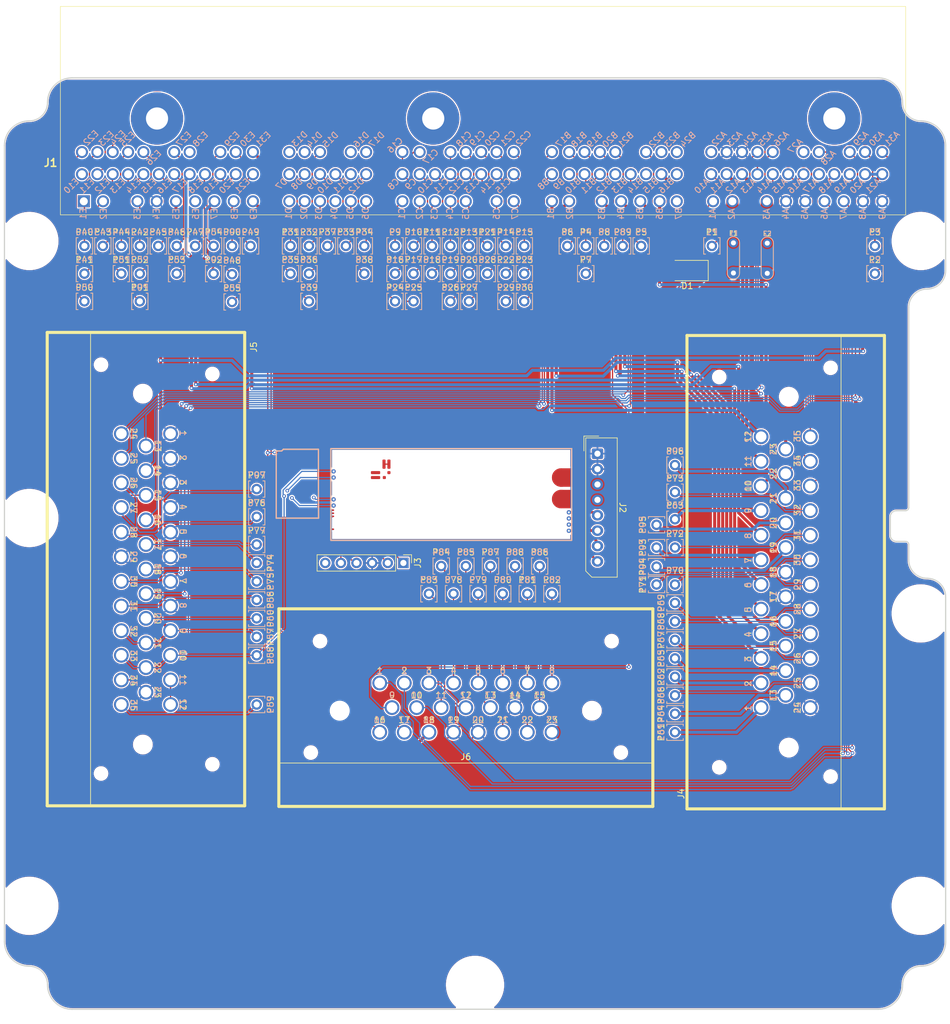
<source format=kicad_pcb>
(kicad_pcb (version 20210824) (generator pcbnew)
  (layers (0 "F.Cu" signal) (31 "B.Cu" signal) (34 "B.Paste" user) (35 "F.Paste" user) (36 "B.SilkS" user "B.Silkscreen") (37 "F.SilkS" user "F.Silkscreen") (38 "B.Mask" user) (39 "F.Mask" user) (44 "Edge.Cuts" user))
  (net 0 "")
  (net 1 "GND")
  (net 2 "/5V_SENSOR_1")
  (net 3 "/5V_SENSOR_2")
  (net 4 "/12V_PROT")
  (net 5 "/12V_MR")
  (net 6 "/OUT_MCS")
  (net 7 "Net-(F1-Pad1)")
  (net 8 "Net-(F2-Pad1)")
  (net 9 "/LS6")
  (net 10 "Net-(J1-PadE30)")
  (net 11 "Net-(J1-PadE29)")
  (net 12 "Net-(J1-PadE27)")
  (net 13 "Net-(J1-PadE26)")
  (net 14 "Net-(J1-PadE25)")
  (net 15 "/CAN-")
  (net 16 "Net-(J1-PadE23)")
  (net 17 "/AV5")
  (net 18 "Net-(J1-PadE21)")
  (net 19 "Net-(J1-PadE20)")
  (net 20 "Net-(J1-PadE18)")
  (net 21 "Net-(J1-PadE16)")
  (net 22 "Net-(J1-PadE15)")
  (net 23 "/AV6")
  (net 24 "Net-(J1-PadE13)")
  (net 25 "Net-(J1-PadE12)")
  (net 26 "/CAN+")
  (net 27 "/12V_RAW")
  (net 28 "/LS5")
  (net 29 "Net-(J1-PadE3)")
  (net 30 "Net-(J1-PadE2)")
  (net 31 "Net-(J1-PadE1)")
  (net 32 "Net-(J1-PadD15)")
  (net 33 "Net-(J1-PadD12)")
  (net 34 "Net-(J1-PadD10)")
  (net 35 "Net-(J1-PadD9)")
  (net 36 "Net-(J1-PadD8)")
  (net 37 "Net-(J1-PadD6)")
  (net 38 "Net-(J1-PadD5)")
  (net 39 "Net-(J1-PadD3)")
  (net 40 "Net-(J1-PadD2)")
  (net 41 "Net-(J1-PadC22)")
  (net 42 "Net-(J1-PadC21)")
  (net 43 "Net-(J1-PadC20)")
  (net 44 "Net-(J1-PadC19)")
  (net 45 "Net-(J1-PadC18)")
  (net 46 "Net-(J1-PadC17)")
  (net 47 "Net-(J1-PadC16)")
  (net 48 "Net-(J1-PadC15)")
  (net 49 "Net-(J1-PadC14)")
  (net 50 "Net-(J1-PadC13)")
  (net 51 "Net-(J1-PadC12)")
  (net 52 "Net-(J1-PadC11)")
  (net 53 "Net-(J1-PadC10)")
  (net 54 "Net-(J1-PadC9)")
  (net 55 "Net-(J1-PadC8)")
  (net 56 "Net-(J1-PadC7)")
  (net 57 "Net-(J1-PadC6)")
  (net 58 "Net-(J1-PadC5)")
  (net 59 "Net-(J1-PadC4)")
  (net 60 "Net-(J1-PadC3)")
  (net 61 "Net-(J1-PadC2)")
  (net 62 "Net-(J1-PadC1)")
  (net 63 "/AV4")
  (net 64 "/AV7")
  (net 65 "Net-(J1-PadB20)")
  (net 66 "Net-(J1-PadB19)")
  (net 67 "Net-(J1-PadB18)")
  (net 68 "/AT1")
  (net 69 "Net-(J1-PadB13)")
  (net 70 "/DIGITAL_5")
  (net 71 "Net-(J1-PadB10)")
  (net 72 "/AT2")
  (net 73 "/LS16")
  (net 74 "/LS4")
  (net 75 "/LS3")
  (net 76 "/LS2")
  (net 77 "/LS1")
  (net 78 "/LS15")
  (net 79 "Net-(J1-PadA31)")
  (net 80 "/AV3")
  (net 81 "Net-(J1-PadA28)")
  (net 82 "/AV2")
  (net 83 "/AV1")
  (net 84 "/DIGITAL_4")
  (net 85 "/DIGITAL_3")
  (net 86 "/IGN1")
  (net 87 "/IGN2")
  (net 88 "/IGN3")
  (net 89 "/IGN4")
  (net 90 "/LS13")
  (net 91 "/LS14")
  (net 92 "Net-(J1-PadA10)")
  (net 93 "/DIGITAL_2")
  (net 94 "/DIGITAL_1")
  (net 95 "/IN_KNOCK")
  (net 96 "/WBO_H-")
  (net 97 "/WBO_R_Trim")
  (net 98 "/WBO_Ip")
  (net 99 "/WBO_Vs{slash}Ip")
  (net 100 "/WBO_Vs")
  (net 101 "Net-(J3-Pad1)")
  (net 102 "Net-(J3-Pad2)")
  (net 103 "Net-(J3-Pad4)")
  (net 104 "Net-(J3-Pad5)")
  (net 105 "/HS2")
  (net 106 "/HS1")
  (net 107 "/LS11")
  (net 108 "/HS3")
  (net 109 "/HS4")
  (net 110 "/IGN12")
  (net 111 "/IGN11")
  (net 112 "/IGN10")
  (net 113 "/IGN9")
  (net 114 "/IGN8")
  (net 115 "/IGN7")
  (net 116 "/IGN6")
  (net 117 "/IGN5")
  (net 118 "/AV9")
  (net 119 "/AV11")
  (net 120 "/AT3")
  (net 121 "/AV8")
  (net 122 "/AV10")
  (net 123 "/AT4")
  (net 124 "/KNOCK_2")
  (net 125 "/VR2+")
  (net 126 "/VR1+")
  (net 127 "/ETB1-")
  (net 128 "/ETB1+")
  (net 129 "/ETB2-")
  (net 130 "/DIGITAL_6")
  (net 131 "/VR2-")
  (net 132 "/VR1-")
  (net 133 "/ETB2+")
  (net 134 "/CAN2-")
  (net 135 "/CAN2+")
  (net 136 "Net-(M1-PadJ1)")
  (net 137 "Net-(M1-PadW2)")
  (net 138 "Net-(M1-PadW3)")
  (net 139 "Net-(M1-PadW4)")
  (net 140 "Net-(J1-PadB21)")
  (net 141 "Net-(J1-PadE8)")
  (net 142 "Net-(J1-PadE14)")
  (net 143 "/LS9")
  (net 144 "Net-(J1-PadE19)")
  (net 145 "/LS7")
  (net 146 "/LS8")
  (net 147 "/LS10")
  (net 148 "/LS12")
  (footprint "hellen-one-common:PAD-TH" (layer "F.Cu") (at 167.5 93.8)
    (fp_text reference "P12")
    (fp_text value "Pad" hide)
  )
  (footprint "hellen-one-common:PAD-TH" (layer "F.Cu") (at 114 98.3)
    (fp_text reference "P51")
    (fp_text value "Pad" hide)
  )
  (footprint "hellen-one-common:PAD-TH" (layer "F.Cu") (at 204 133.8)
    (fp_text reference "P73")
    (fp_text value "Pad" hide)
  )
  (footprint "hellen-one-common:PAD-TH" (layer "F.Cu") (at 174 145.8)
    (fp_text reference "P87")
    (fp_text value "Pad" hide)
  )
  (footprint "hellen-one-common:PAD-TH" (layer "F.Cu") (at 144.5 93.8)
    (fp_text reference "P32")
    (fp_text value "Pad" hide)
  )
  (footprint "hellen-one-common:PAD-TH" (layer "F.Cu") (at 184 150.3)
    (fp_text reference "P82")
    (fp_text value "Pad" hide)
  )
  (footprint "hellen-one-common:PAD-TH" (layer "F.Cu") (at 108 93.8)
    (fp_text reference "P40")
    (fp_text value "Pad" hide)
  )
  (footprint "hellen-one-common:PAD-TH" (layer "F.Cu") (at 166 145.8)
    (fp_text reference "P84")
    (fp_text value "Pad" hide)
  )
  (footprint "hellen-one-common:PAD-TH" (layer "F.Cu") (at 136 148.299999 -90)
    (fp_text reference "P75")
    (fp_text value "Pad" hide)
  )
  (footprint "hellen-one-common:PAD-TH" (layer "F.Cu") (at 201 139.1 90)
    (fp_text reference "P95")
    (fp_text value "Pad" hide)
  )
  (footprint "hellen-one-common:PAD-TH" (layer "F.Cu") (at 108 102.8)
    (fp_text reference "P50")
    (fp_text value "Pad" hide)
  )
  (footprint "hellen-one-common:PAD-TH" (layer "F.Cu") (at 158.5 102.8)
    (fp_text reference "P24")
    (fp_text value "Pad" hide)
  )
  (footprint "hellen-one-common:PAD-1206-PAD" (layer "F.Cu") (at 219 95.8 -90)
    (fp_text reference "F2")
    (fp_text value "Fuse-Pad-Pad" hide)
  )
  (footprint "hellen-one-common:PAD-TH" (layer "F.Cu") (at 201 145.9 90)
    (fp_text reference "P94")
    (fp_text value "Pad" hide)
  )
  (footprint "hellen-one-can-0.1:can" (layer "F.Cu") (at 139.081663 126.737501 -90)
    (fp_text reference "M2" hide)
    (fp_text value "Module-can-0.1" hide)
  )
  (footprint "hellen-one-common:PAD-TH" (layer "F.Cu") (at 204 142.8)
    (fp_text reference "P72")
    (fp_text value "Pad" hide)
  )
  (footprint "hellen-one-common:PAD-TH" (layer "F.Cu") (at 201 148.8 90)
    (fp_text reference "P71")
    (fp_text value "Pad" hide)
  )
  (footprint "hellen-one-common:PAD-TH" (layer "F.Cu") (at 136 145.3 -90)
    (fp_text reference "P74")
    (fp_text value "Pad" hide)
  )
  (footprint "hellen-one-common:PAD-TH" (layer "F.Cu") (at 158.5 98.3)
    (fp_text reference "P16")
    (fp_text value "Pad" hide)
  )
  (footprint "hellen-one-common:PAD-TH" (layer "F.Cu") (at 189.5 93.8)
    (fp_text reference "P4")
    (fp_text value "Pad" hide)
  )
  (footprint "hellen-one-common:PAD-TH" (layer "F.Cu") (at 164.5 93.8)
    (fp_text reference "P11")
    (fp_text value "Pad" hide)
  )
  (footprint "hellen-one-common:PAD-TH" (layer "F.Cu") (at 204 169.8 90)
    (fp_text reference "P64")
    (fp_text value "Pad" hide)
  )
  (footprint "hellen-one-common:PAD-TH" (layer "F.Cu") (at 167.5 98.3)
    (fp_text reference "P19")
    (fp_text value "Pad" hide)
  )
  (footprint "hellen-one-common:PAD-TH" (layer "F.Cu") (at 198.5 93.8)
    (fp_text reference "P5")
    (fp_text value "Pad" hide)
  )
  (footprint "MountingHole:MountingHole_4.5mm" (layer "F.Cu") (at 99.05 93)
    (fp_text reference "J9" hide)
    (fp_text value "Conn_01x01")
  )
  (footprint "hellen-one-common:PAD-TH" (layer "F.Cu") (at 173.5 93.8)
    (fp_text reference "P21")
    (fp_text value "Pad" hide)
  )
  (footprint "hellen-one-common:PAD-TH" (layer "F.Cu") (at 210 93.8)
    (fp_text reference "P1")
    (fp_text value "Pad" hide)
  )
  (footprint "hellen-one-common:PAD-TH" (layer "F.Cu") (at 153.5 98.3)
    (fp_text reference "P38")
    (fp_text value "Pad" hide)
  )
  (footprint "hellen-one-common:PAD-1206-PAD" (layer "F.Cu") (at 213.5 95.75001 -90)
    (fp_text reference "F1")
    (fp_text value "Fuse-Pad-Pad" hide)
  )
  (footprint "hellen-one-common:PAD-TH" (layer "F.Cu") (at 176.5 102.8)
    (fp_text reference "P29")
    (fp_text value "Pad" hide)
  )
  (footprint "MountingHole:MountingHole_4.5mm" (layer "F.Cu") (at 99.05 201)
    (fp_text reference "J13" hide)
    (fp_text value "Conn_01x01")
  )
  (footprint "hellen-one-common:PAD-TH" (layer "F.Cu") (at 204 163.8 90)
    (fp_text reference "P62")
    (fp_text value "Pad" hide)
  )
  (footprint "hellen-one-common:PAD-TH" (layer "F.Cu") (at 136 160.3 -90)
    (fp_text reference "P58")
    (fp_text value "Pad" hide)
  )
  (footprint "hellen-one-common:PAD-TH" (layer "F.Cu") (at 158.5 93.8)
    (fp_text reference "P9")
    (fp_text value "Pad" hide)
  )
  (footprint "hellen-one-common:PAD-TH" (layer "F.Cu") (at 123 98.3)
    (fp_text reference "P53")
    (fp_text value "Pad" hide)
  )
  (footprint "lib:ampseal-35" (layer "F.Cu") (at 222 146.8 90)
    (fp_text reference "J4")
    (fp_text value "Conn_01x35")
  )
  (footprint "hellen-one-common:PAD-TH" (layer "F.Cu") (at 172 150.3)
    (fp_text reference "P79")
    (fp_text value "Pad" hide)
  )
  (footprint "hellen-one-common:PAD-TH" (layer "F.Cu") (at 170.5 102.8)
    (fp_text reference "P27")
    (fp_text value "Pad" hide)
  )
  (footprint "hellen-one-common:PAD-TH" (layer "F.Cu") (at 147.5 93.8)
    (fp_text reference "P37")
    (fp_text value "Pad" hide)
  )
  (footprint "hellen-one-common:PAD-TH" (layer "F.Cu") (at 111 93.8)
    (fp_text reference "P43")
    (fp_text value "Pad" hide)
  )
  (footprint "hellen-one-common:PAD-TH" (layer "F.Cu") (at 176 150.3)
    (fp_text reference "P80")
    (fp_text value "Pad" hide)
  )
  (footprint "MountingHole:MountingHole_4.5mm" (layer "F.Cu") (at 171.5 213.85)
    (fp_text reference "J10" hide)
    (fp_text value "Conn_01x01")
  )
  (footprint "hellen-one-common:PAD-TH" (layer "F.Cu") (at 114 93.8)
    (fp_text reference "P44")
    (fp_text value "Pad" hide)
  )
  (footprint "MountingHole:MountingHole_4.5mm" (layer "F.Cu") (at 243.95 153.5)
    (fp_text reference "J8" hide)
    (fp_text value "Conn_01x01")
  )
  (footprint "hellen-one-common:PAD-TH" (layer "F.Cu") (at 136 168.3 -90)
    (fp_text reference "P59")
    (fp_text value "Pad" hide)
  )
  (footprint "hellen-one-wbo-0.2:wbo" (layer "F.Cu") (at 147.95 141.725)
    (fp_text reference "M1" hide)
    (fp_text value "Module-wbo-0.2" hide)
  )
  (footprint "hellen-one-common:PAD-TH" (layer "F.Cu") (at 236.5 93.8)
    (fp_text reference "P3")
    (fp_text value "Pad" hide)
  )
  (footprint "Connector_PinHeader_2.54mm:PinHeader_1x06_P2.54mm_Vertical" (layer "F.Cu") (at 159.85 145.3 -90)
    (fp_text reference "J3")
    (fp_text value "Conn_01x06")
  )
  (footprint "hellen-one-common:PAD-TH" (layer "F.Cu") (at 129 98.3)
    (fp_text reference "P92")
    (fp_text value "Pad" hide)
  )
  (footprint "hellen-one-common:PAD-TH" (layer "F.Cu") (at 195.5 93.8)
    (fp_text reference "P89")
    (fp_text value "Pad" hide)
  )
  (footprint "hellen-one-common:PAD-TH" (layer "F.Cu") (at 192.5 93.8)
    (fp_text reference "P8")
    (fp_text value "Pad" hide)
  )
  (footprint "hellen-one-common:PAD-TH" (layer "F.Cu") (at 180 150.3)
    (fp_text reference "P81")
    (fp_text value "Pad" hide)
  )
  (footprint "hellen-one-common:PAD-TH" (layer "F.Cu") (at 117 93.8)
    (fp_text reference "P42")
    (fp_text value "Pad" hide)
  )
  (footprint "hellen-one-common:PAD-TH" (layer "F.Cu") (at 186.5 93.8)
    (fp_text reference "P6")
    (fp_text value "Pad" hide)
  )
  (footprint "hellen-one-common:PAD-TH" (layer "F.Cu") (at 141.5 93.8)
    (fp_text reference "P31")
    (fp_text value "Pad" hide)
  )
  (footprint "hellen-one-common:PAD-TH" (layer "F.Cu") (at 141.5 98.3)
    (fp_text reference "P35")
    (fp_text value "Pad" hide)
  )
  (footprint "hellen-one-common:PAD-TH" (layer "F.Cu") (at 170.5 93.8)
    (fp_text reference "P13")
    (fp_text value "Pad" hide)
  )
  (footprint "hellen-one-common:PAD-TH" (layer "F.Cu") (at 136 137.8)
    (fp_text reference "P76")
    (fp_text value "Pad" hide)
  )
  (footprint "hellen-one-common:PAD-TH" (layer "F.Cu") (at 123 93.8)
    (fp_text reference "P46")
    (fp_text value "Pad" hide)
  )
  (footprint "hellen-one-common:PAD-TH" (layer "F.Cu") (at 161.5 93.8)
    (fp_text reference "P10")
    (fp_text value "Pad" hide)
  )
  (footprint "hellen-one-common:PAD-TH" (layer "F.Cu") (at 201 142.8 90)
    (fp_text reference "P93")
    (fp_text value "Pad" hide)
  )
  (footprint "hellen-one-common:PAD-TH" (layer "F.Cu") (at 204 160.8 90)
    (fp_text reference "P65")
    (fp_text value "Pad" hide)
  )
  (footprint "hellen-one-common:PAD-TH" (layer "F.Cu") (at 179.5 93.8)
    (fp_text reference "P15")
    (fp_text value "Pad" hide)
  )
  (footprint "hellen-one-common:PAD-TH" (layer "F.Cu") (at 167.5 102.8)
    (fp_text reference "P26")
    (fp_text value "Pad" hide)
  )
  (footprint "hellen-one-common:PAD-TH" (layer "F.Cu") (at 144.5 98.3)
    (fp_text reference "P36")
    (fp_text value "Pad" hide)
  )
  (footprint "hellen-one-common:PAD-TH" (layer "F.Cu") (at 204 151.800001 90)
    (fp_text reference "P69")
    (fp_text value "Pad" hide)
  )
  (footprint "hellen-one-common:PAD-TH" (layer "F.Cu") (at 204 166.8 90)
    (fp_text reference "P66")
    (fp_text value "Pad" hide)
  )
  (footprint "hellen-one-common:PAD-TH" (layer "F.Cu") (at 135 93.8)
    (fp_text reference "P49")
    (fp_text value "Pad" hide)
  )
  (footprint "hellen-one-common:PAD-TH" (layer "F.Cu") (at 182 145.8)
    (fp_text reference "P86")
    (fp_text value "Pad" hide)
  )
  (footprint "hellen-one-common:PAD-TH" (layer "F.Cu") (at 168 150.3)
    (fp_text reference "P78")
    (fp_text value "Pad" hide)
  )
  (footprint "hellen-one-common:PAD-TH" (layer "F.Cu") (at 204 148.8)
    (fp_text reference "P70")
    (fp_text value "Pad" hide)
  )
  (footprint "hellen-one-common:PAD-TH" (layer "F.Cu") (at 204 154.8 90)
    (fp_text reference "P68")
    (fp_text value "Pad" hide)
  )
  (footprint "hellen-one-common:PAD-TH" (layer "F.Cu") (at 164.5 98.3)
    (fp_text reference "P18")
    (fp_text value "Pad" hide)
  )
  (footprint "hellen-one-common:PAD-TH" (layer "F.Cu") (at 204 129.4)
    (fp_text reference "P96")
    (fp_text value "Pad" hide)
  )
  (footprint "hellen-one-common:PAD-TH" (layer "F.Cu") (at 179.5 102.8)
    (fp_text reference "P30")
    (fp_text value "Pad" hide)
  )
  (footprint "hellen-one-common:PAD-TH" (layer "F.Cu") (at 161.5 98.3)
    (fp_text reference "P17")
    (fp_text value "Pad" hide)
  )
  (footprint "hellen-one-common:PAD-TH" (layer "F.Cu") (at 170 145.8)
    (fp_text reference "P85")
    (fp_text value "Pad" hide)
  )
  (footprint "hellen-one-common:PAD-TH" (layer "F.Cu") (at 120 93.8)
    (fp_text reference "P45")
    (fp_text value "Pad" hide)
  )
  (footprint "hellen-one-common:PAD-TH" (layer "F.Cu") (at 204 157.8 90)
    (fp_text reference "P67")
    (fp_text value "Pad" hide)
  )
  (footprint "hellen-one-common:PAD-TH" (layer "F.Cu") (at 204 138.2)
    (fp_text reference "P63")
    (fp_text value "Pad" hide)
  )
  (footprint "hellen-one-common:PAD-TH" (layer "F.Cu") (at 176.5 93.8)
    (fp_text reference "P14")
    (fp_text value "Pad" hide)
  )
  (footprint "MountingHole:MountingHole_4.5mm" (layer "F.Cu") (at 243.95 93)
    (fp_text reference "J11" hide)
    (fp_text value "Conn_01x01")
  )
  (footprint "hellen-one-common:PAD-TH" (layer "F.Cu") (at 132 93.8)
    (fp_text reference "P90")
    (fp_text value "Pad" hide)
  )
  (footprint "hellen-one-common:PAD-TH" (layer "F.Cu") (at 178 145.8)
    (fp_text reference "P88")
    (fp_text value "Pad" hide)
  )
  (footprint "hellen-one-common:PAD-TH" (layer "F.Cu") (at 136 142.3)
    (fp_text reference "P77")
    (fp_text value "Pad" hide)
  )
  (footprint "lib:ampseal-23" (layer "F.Cu") (at 170 168.8)
    (fp_text reference "J6")
    (fp_text value "Conn_01x23")
  )
  (footprint "hellen-one-common:PAD-TH" (layer "F.Cu") (at 117 102.8)
    (fp_text reference "P91")
    (fp_text value "Pad" hide)
  )
  (footprint "hellen-one-common:PAD-TH" (layer "F.Cu") (at 170.5 98.3)
    (fp_text reference "P20")
    (fp_text value "Pad" hide)
  )
  (footprint "hellen-one-common:PAD-TH" (layer "F.Cu") (at 204 172.8 90)
    (fp_text reference "P61")
    (fp_text value "Pad" hide)
  )
  (footprint "lib:ampseal-35-2" (layer "F.Cu") (at 118 146.3 -90)
    (fp_text reference "J5")
    (fp_text value "Conn_01x35")
  )
  (footprint "Diode_SMD:D_SMA" (layer "F.Cu") (at 206 97.8 180)
    (fp_text reference "D1")
    (fp_text value "D_Schottky")
  )
  (footprint "hellen-one-common:PAD-TH" (layer "F.Cu") (at 136 133.3)
    (fp_text reference "P97")
    (fp_text value "Pad" hide)
  )
  (footprint "hellen-one-common:PAD-TH" (layer "F.Cu") (at 136 157.299999 -90)
    (fp_text reference "P57")
    (fp_text value "Pad" hide)
  )
  (footprint "MountingHole:MountingHole_4.5mm" (layer "F.Cu") (at 99.05 138)
    (fp_text reference "J7" hide)
    (fp_text value "Conn_01x01")
  )
  (footprint "hellen-one-common:PAD-TH" (layer "F.Cu") (at 136 154.3 -90)
    (fp_text reference "P60")
    (fp_text value "Pad" hide)
  )
  (footprint "hellen-one-common:PAD-TH" (layer "F.Cu") (at 189.5 98.3)
    (fp_text reference "P7")
    (fp_text value "Pad" hide)
  )
  (footprint "hellen-one-common:PAD-TH" (layer "F.Cu") (at 132 102.9)
    (fp_text reference "P55")
    (fp_text value "Pad" hide)
  )
  (footprint "hellen-one-common:PAD-TH" (layer "F.Cu") (at 117 98.3)
    (fp_text reference "P52")
    (fp_text value "Pad" hide)
  )
  (footprint "hellen-one-common:PAD-TH" (layer "F.Cu") (at 161.5 102.8)
    (fp_text reference "P25")
    (fp_text value "Pad" hide)
  )
  (footprint "hellen-one-common:PAD-TH" (layer "F.Cu") (at 176.5 98.3)
    (fp_text reference "P22")
    (fp_text value "Pad" hide)
  )
  (footprint "hellen-one-common:PAD-TH" (layer "F.Cu") (at 236.5 98.3)
    (fp_text reference "P2")
    (fp_text value "Pad" hide)
  )
  (footprint "hellen-one-common:PAD-TH" (layer "F.Cu") (at 144.5 102.8)
    (fp_text reference "P39")
    (fp_text value "Pad" hide)
  )
  (footprint "hellen-one-common:PAD-TH" (layer "F.Cu") (at 153.5 93.8)
    (fp_text reference "P34")
    (fp_text value "Pad" hide)
  )
  (footprint "hellen-one-common:PAD-TH" (layer "F.Cu") (at 173.5 98.3)
    (fp_text reference "P28")
    (fp_text value "Pad" hide)
  )
  (footprint "hellen-one-common:PAD-TH" (layer "F.Cu") (at 136 151.3 -90)
    (fp_text reference "P56")
    (fp_text value "Pad" hide)
  )
  (footprint "hellen-one-common:XH-8A" (layer "F.Cu") (at 192.5 136.3 -90)
    (fp_text reference "J2")
    (fp_text value "XH-8A")
  )
  (footprint "hellen-one-common:PAD-TH" (layer "F.Cu") (at 108 98.3)
    (fp_text reference "P41")
    (fp_text value "Pad" hide)
  )
  (footprint "MountingHole:MountingHole_4.5mm" (layer "F.Cu") (at 243.95 201)
    (fp_text reference "J12" hide)
    (fp_text value "Conn_01x01")
  )
  (footprint "lib:13186121" (layer "F.Cu") (at 172.8 71.825)
    (fp_text reference "J1")
    (fp_text value "1318612-1" hide)
  )
  (footprint "hellen-one-common:PAD-TH" (layer "F.Cu") (at 129 93.8)
    (fp_text reference "P54")
    (fp_text value "Pad" hide)
  )
  (footprint "hellen-one-common:PAD-TH" (layer "F.Cu") (at 132 98.4)
    (fp_text reference "P48")
    (fp_text value "Pad" hide)
  )
  (footprint "hellen-one-common:PAD-TH" (layer "F.Cu") (at 179.5 98.3)
    (fp_text reference "P23")
    (fp_text value "Pad" hide)
  )
  (footprint "hellen-one-common:PAD-TH" (layer "F.Cu") (at 150.5 93.8)
    (fp_text reference "P33")
    (fp_text value "Pad" hide)
  )
  (footprint "hellen-one-common:PAD-TH" (layer "F.Cu") (at 126 93.8)
    (fp_text reference "P47")
    (fp_text value "Pad" hide)
  )
  (footprint "hellen-one-common:PAD-TH" (layer "F.Cu") (at 164 150.3)
    (fp_text reference "P83")
    (fp_text value "Pad" hide)
  )
  (gr_arc (start 99 70.500001) (end 102 70.5) (angle 90) (layer "Edge.Cuts") (width 0.2))
  (gr_line (start 248 97.8) (end 248 77.5) (layer "Edge.Cuts") (width 0.2))
  (gr_arc (start 105.999996 213.8) (end 105.999998 217.8) (angle 90) (layer "Edge.Cuts") (width 0.2))
  (gr_line (start 106 66.5) (end 237 66.5) (layer "Edge.Cuts") (width 0.2))
  (gr_arc (start 244.000002 206.8) (end 248 206.8) (angle 90) (layer "Edge.Cuts") (width 0.2))
  (gr_line (start 241.5 141.8) (end 240 141.8) (layer "Edge.Cuts") (width 0.2))
  (gr_line (start 106 217.8) (end 237 217.8) (layer "Edge.Cuts") (width 0.2))
  (gr_arc (start 240 140.800003) (end 240 141.8) (angle 90) (layer "Edge.Cuts") (width 0.2))
  (gr_arc (start 98.999996 206.8) (end 94.999998 206.8) (angle -90) (layer "Edge.Cuts") (width 0.2))
  (gr_line (start 239 140.8) (end 239 137.8) (layer "Edge.Cuts") (width 0.2))
  (gr_arc (start 245 103.8) (end 245 100.8) (angle -90) (layer "Edge.Cuts") (width 0.2))
  (gr_arc (start 244 213.8) (end 241 213.8) (angle 90) (layer "Edge.Cuts") (width 0.2))
  (gr_arc (start 105.999998 70.500001) (end 106 66.5) (angle -90) (layer "Edge.Cuts") (width 0.2))
  (gr_line (start 94.999998 206.8) (end 95 77.5) (layer "Edge.Cuts") (width 0.2))
  (gr_arc (start 237.000002 70.500001) (end 237 66.5) (angle 90) (layer "Edge.Cuts") (width 0.2))
  (gr_arc (start 245 150.8) (end 248 150.8) (angle -90) (layer "Edge.Cuts") (width 0.2))
  (gr_line (start 240 136.8) (end 241.5 136.8) (layer "Edge.Cuts") (width 0.2))
  (gr_arc (start 98.999998 213.8) (end 101.999998 213.8) (angle -90) (layer "Edge.Cuts") (width 0.2))
  (gr_arc (start 244 70.500001) (end 241 70.5) (angle -90) (layer "Edge.Cuts") (width 0.2))
  (gr_arc (start 241.5 142.299999) (end 242 142.3) (angle -90) (layer "Edge.Cuts") (width 0.2))
  (gr_arc (start 241.500001 136.3) (end 242 136.3) (angle 90) (layer "Edge.Cuts") (width 0.2))
  (gr_arc (start 239.999997 137.8) (end 240 136.8) (angle -90) (layer "Edge.Cuts") (width 0.2))
  (gr_line (start 242 136.3) (end 242 103.8) (layer "Edge.Cuts") (width 0.2))
  (gr_line (start 242 144.8) (end 242 142.3) (layer "Edge.Cuts") (width 0.2))
  (gr_arc (start 245 97.8) (end 248 97.8) (angle 90) (layer "Edge.Cuts") (width 0.2))
  (gr_arc (start 237.000002 213.8) (end 237 217.8) (angle -90) (layer "Edge.Cuts") (width 0.2))
  (gr_arc (start 98.999999 77.5) (end 95 77.5) (angle 90) (layer "Edge.Cuts") (width 0.2))
  (gr_arc (start 245 144.8) (end 245 147.8) (angle 90) (layer "Edge.Cuts") (width 0.2))
  (gr_line (start 248 206.8) (end 248 150.8) (layer "Edge.Cuts") (width 0.2))
  (gr_arc (start 244.000001 77.5) (end 248 77.5) (angle -90) (layer "Edge.Cuts") (width 0.2))
  (segment (start 185.5 131.425) (end 188.125 131.425) (width 3) (layer "F.Cu") (net 1))
  (segment (start 120.400489 95.699511) (end 120.400489 154.700489) (width 0.5) (layer "F.Cu") (net 2))
  (segment (start 121.5 94.6) (end 120.400489 95.699511) (width 0.5) (layer "F.Cu") (net 2))
  (segment (start 234.5 107) (end 234.5 91) (width 0.5) (layer "F.Cu") (net 2))
  (segment (start 236.325489 89.174511) (end 236.325489 83.524511) (width 0.5) (layer "F.Cu") (net 2))
  (segment (start 234.49952 110.79952) (end 234.49952 107.00048) (width 0.5) (layer "F.Cu") (net 2))
  (segment (start 236.325489 83.524511) (end 237.7 82.15) (width 0.5) (layer "F.Cu") (net 2))
  (segment (start 234.49952 107.00048) (end 234.5 107) (width 0.5) (layer "F.Cu") (net 2))
  (segment (start 122.88 86.55) (end 122.88 91.72) (width 0.5) (layer "F.Cu") (net 2))
  (segment (start 234.6 110.9) (end 234.49952 110.79952) (width 0.5) (layer "F.Cu") (net 2))
  (segment (start 120.400489 154.700489) (end 122 156.3) (width 0.5) (layer "F.Cu") (net 2))
  (segment (start 234.5 91) (end 236.325489 89.174511) (width 0.5) (layer "F.Cu") (net 2))
  (segment (start 122.88 91.72) (end 121.5 93.1) (width 0.5) (layer "F.Cu") (net 2))
  (segment (start 121.5 93.1) (end 121.5 94.6) (width 0.5) (layer "F.Cu") (net 2))
  (via (at 234.6 110.9) (size 0.6) (drill 0.3) (layers "F.Cu" "B.Cu") (net 2))
  (via (at 120.4 112.4) (size 0.6) (drill 0.3) (layers "F.Cu" "B.Cu") (net 2))
  (segment (start 180.8 114) (end 192.38144 114) (width 0.5) (layer "B.Cu") (net 2))
  (segment (start 120 158.3) (end 122 156.3) (width 0.2) (layer "B.Cu") (net 2))
  (segment (start 116 158.3) (end 118 158.3) (width 0.2) (layer "B.Cu") (net 2))
  (segment (start 135.000001 156.3) (end 136 157.299999) (width 0.2) (layer "B.Cu") (net 2))
  (segment (start 134.5 114.9) (end 179.9 114.9) (width 0.5) (layer "B.Cu") (net 2))
  (segment (start 194.380951 112.000489) (end 227.399511 112.000489) (width 0.5) (layer "B.Cu") (net 2))
  (segment (start 118 158.3) (end 120 158.3) (width 0.2) (layer "B.Cu") (net 2))
  (segment (start 227.399511 112.000489) (end 228.5 110.9) (width 0.5) (layer "B.Cu") (net 2))
  (segment (start 120.4 112.4) (end 132 112.4) (width 0.5) (layer "B.Cu") (net 2))
  (segment (start 122 156.3) (end 135.000001 156.3) (width 0.2) (layer "B.Cu") (net 2))
  (segment (start 228.5 110.9) (end 234.6 110.9) (width 0.5) (layer "B.Cu") (net 2))
  (segment (start 132 112.4) (end 134.5 114.9) (width 0.5) (layer "B.Cu") (net 2))
  (segment (start 114 156.3) (end 116 158.3) (width 0.2) (layer "B.Cu") (net 2))
  (segment (start 179.9 114.9) (end 180.8 114) (width 0.5) (layer "B.Cu") (net 2))
  (segment (start 192.38144 114) (end 194.380951 112.000489) (width 0.5) (layer "B.Cu") (net 2))
  (segment (start 237.7 82.15) (end 234.9 82.15) (width 0.5) (layer "B.Cu") (net 2))
  (segment (start 114 160.3) (end 116 162.3) (width 0.2) (layer "B.Cu") (net 3))
  (segment (start 120 162.3) (end 122 160.3) (width 0.2) (layer "B.Cu") (net 3))
  (segment (start 140.456662 134.437498) (end 140.456662 155.843338) (width 0.2) (layer "B.Cu") (net 3))
  (segment (start 122 160.3) (end 136 160.3) (width 0.2) (layer "B.Cu") (net 3))
  (segment (start 140.3 133.467032) (end 140.3 134.280836) (width 0.2) (layer "B.Cu") (net 3))
  (segment (start 116 162.3) (end 118 162.3) (width 0.2) (layer "B.Cu") (net 3))
  (segment (start 140.3 134.280836) (end 140.456662 134.437498) (width 0.2) (layer "B.Cu") (net 3))
  (segment (start 140.456662 155.843338) (end 136 160.3) (width 0.2) (layer "B.Cu") (net 3))
  (segment (start 118 162.3) (end 120 162.3) (width 0.2) (layer "B.Cu") (net 3))
  (segment (start 143.342032 130.425) (end 140.3 133.467032) (width 0.2) (layer "B.Cu") (net 3))
  (segment (start 148.5 130.425) (end 143.342032 130.425) (width 0.2) (layer "B.Cu") (net 3))
  (segment (start 122 164.3) (end 122 168.3) (width 0.2) (layer "F.Cu") (net 4))
  (segment (start 208.40001 98.20001) (end 208 97.8) (width 2) (layer "F.Cu") (net 5))
  (segment (start 198 108.9) (end 198 168.1) (width 2) (layer "F.Cu") (net 5))
  (segment (start 208 98.9) (end 198 108.9) (width 2) (layer "F.Cu") (net 5))
  (segment (start 193.3 172.8) (end 184 172.8) (width 2) (layer "F.Cu") (net 5))
  (segment (start 208 97.8) (end 208 98.9) (width 2) (layer "F.Cu") (net 5))
  (segment (start 198 168.1) (end 193.3 172.8) (width 2) (layer "F.Cu") (net 5))
  (segment (start 213.5 98.20001) (end 208.40001 98.20001) (width 2) (layer "F.Cu") (net 5))
  (segment (start 219 98.25) (end 213.54999 98.25) (width 2) (layer "B.Cu") (net 5))
  (segment (start 213.54999 98.25) (end 213.5 98.20001) (width 2) (layer "B.Cu") (net 5))
  (segment (start 202.874511 83.224511) (end 202.874511 96.674511) (width 0.5) (layer "F.Cu") (net 6))
  (segment (start 201.8 82.15) (end 202.874511 83.224511) (width 0.5) (layer "F.Cu") (net 6))
  (segment (start 202.874511 96.674511) (end 204 97.8) (width 0.5) (layer "F.Cu") (net 6))
  (segment (start 213.33 93.13001) (end 213.5 93.30001) (width 2) (layer "F.Cu") (net 7))
  (segment (start 213.33 86.55) (end 213.33 93.13001) (width 2) (layer "F.Cu") (net 7))
  (segment (start 218.92 86.55) (end 218.92 93.27) (width 2) (layer "F.Cu") (net 8))
  (segment (start 218.92 93.27) (end 219 93.35) (width 2) (layer "F.Cu") (net 8))
  (segment (start 135.2 96.7) (end 137 94.9) (width 0.5) (layer "F.Cu") (net 9))
  (segment (start 137 94.9) (end 137 80.15) (width 0.5) (layer "F.Cu") (net 9))
  (segment (start 135.2 116.9505) (end 135.2 96.7) (width 0.5) (layer "F.Cu") (net 9))
  (segment (start 213.700961 144.500961) (end 218 148.8) (width 0.5) (layer "F.Cu") (net 9))
  (segment (start 213.650981 116.9505) (end 213.700961 117.00048) (width 0.5) (layer "F.Cu") (net 9))
  (segment (start 137 80.15) (end 135.4 78.55) (width 0.5) (layer "F.Cu") (net 9))
  (segment (start 213.700961 117.00048) (end 213.700961 144.500961) (width 0.5) (layer "F.Cu") (net 9))
  (via (at 135.2 116.9505) (size 0.6) (drill 0.3) (layers "F.Cu" "B.Cu") (net 9))
  (via (at 213.650981 116.9505) (size 0.6) (drill 0.3) (layers "F.Cu" "B.Cu") (net 9))
  (segment (start 213.650981 116.9505) (end 213.601001 117.00048) (width 0.5) (layer "B.Cu") (net 9))
  (segment (start 135.24998 117.00048) (end 135.2 116.9505) (width 0.5) (layer "B.Cu") (net 9))
  (segment (start 213.601001 117.00048) (end 135.24998 117.00048) (width 0.5) (layer "B.Cu") (net 9))
  (segment (start 132.6 78.55) (end 133.824511 79.774511) (width 0.2) (layer "F.Cu") (net 10))
  (segment (start 133.900489 93.199511) (end 133.900489 100.999511) (width 0.2) (layer "F.Cu") (net 10))
  (segment (start 133.5 92.799022) (end 133.900489 93.199511) (width 0.2) (layer "F.Cu") (net 10))
  (segment (start 133.900489 100.999511) (end 132 102.9) (width 0.2) (layer "F.Cu") (net 10))
  (segment (start 133.5 82.981721) (end 133.5 92.799022) (width 0.2) (layer "F.Cu") (net 10))
  (segment (start 133.824511 79.774511) (end 133.824511 82.65721) (width 0.2) (layer "F.Cu") (net 10))
  (segment (start 133.824511 82.65721) (end 133.5 82.981721) (width 0.2) (layer "F.Cu") (net 10))
  (segment (start 129 93.8) (end 127.915489 92.715489) (width 0.2) (layer "F.Cu") (net 11))
  (segment (start 128.875489 82.606232) (end 128.875489 79.774511) (width 0.2) (layer "F.Cu") (net 11))
  (segment (start 128.875489 79.774511) (end 130.1 78.55) (width 0.2) (layer "F.Cu") (net 11))
  (segment (start 127.915489 92.715489) (end 127.915489 83.566232) (width 0.2) (layer "F.Cu") (net 11))
  (segment (start 127.915489 83.566232) (end 128.875489 82.606232) (width 0.2) (layer "F.Cu") (net 11))
  (segment (start 123.875489 82.931193) (end 123.875489 79.825489) (width 0.2) (layer "F.Cu") (net 12))
  (segment (start 123 98.3) (end 124.454031 96.845969) (width 0.2) (layer "F.Cu") (net 12))
  (segment (start 123.875489 79.825489) (end 122.6 78.55) (width 0.2) (layer "F.Cu") (net 12))
  (segment (start 124.454031 96.845969) (end 124.45403 83.509734) (width 0.2) (layer "F.Cu") (net 12))
  (segment (start 124.45403 83.509734) (end 123.875489 82.931193) (width 0.2) (layer "F.Cu") (net 12))
  (segment (start 118.525489 83.674511) (end 118.824511 83.375489) (width 0.2) (layer "F.Cu") (net 13))
  (segment (start 118.824511 79.774511) (end 117.6 78.55) (width 0.2) (layer "F.Cu") (net 13))
  (segment (start 118.525489 96.774511) (end 118.525489 83.674511) (width 0.2) (layer "F.Cu") (net 13))
  (segment (start 118.824511 83.375489) (end 118.824511 79.774511) (width 0.2) (layer "F.Cu") (net 13))
  (segment (start 117 98.3) (end 118.525489 96.774511) (width 0.2) (layer "F.Cu") (net 13))
  (segment (start 113.875489 79.774511) (end 115.1 78.55) (width 0.2) (layer "F.Cu") (net 14))
  (segment (start 112.900489 85.066812) (end 113.875489 84.091812) (width 0.2) (layer "F.Cu") (net 14))
  (segment (start 112.900489 97.200489) (end 112.900489 85.066812) (width 0.2) (layer "F.Cu") (net 14))
  (segment (start 114 98.3) (end 112.900489 97.200489) (width 0.2) (layer "F.Cu") (net 14))
  (segment (start 113.875489 84.091812) (end 113.875489 79.774511) (width 0.2) (layer "F.Cu") (net 14))
  (segment (start 138.94851 127.3875) (end 138.899011 127.338001) (width 0.2) (layer "F.Cu") (net 15))
  (segment (start 137.8 154.6) (end 137.8 127.4) (width 0.2) (layer "F.Cu") (net 15))
  (segment (start 137.8 79.1) (end 127.300489 68.600489) (width 0.2) (layer "F.Cu") (net 15))
  (segment (start 117.899511 68.600489) (end 112.6 73.9) (width 0.2) (layer "F.Cu") (net 15))
  (segment (start 137.8 127.4) (end 137.8 79.1) (width 0.2) (layer "F.Cu") (net 15))
  (segment (start 112.6 73.9) (end 112.6 78.55) (width 0.2) (layer "F.Cu") (net 15))
  (segment (start 139.406664 127.3875) (end 138.94851 127.3875) (width 0.2) (layer "F.Cu") (net 15))
  (segment (start 156 172.8) (end 137.8 154.6) (width 0.2) (layer "F.Cu") (net 15))
  (segment (start 127.300489 68.600489) (end 117.899511 68.600489) (width 0.2) (layer "F.Cu") (net 15))
  (via (at 137.8 127.4) (size 0.6) (drill 0.3) (layers "F.Cu" "B.Cu") (net 15))
  (via (at 138.899011 127.338001) (size 0.6) (drill 0.3) (layers "F.Cu" "B.Cu") (net 15))
  (segment (start 137.861999 127.338001) (end 137.8 127.4) (width 0.2) (layer "B.Cu") (net 15))
  (segment (start 138.899011 127.338001) (end 137.861999 127.338001) (width 0.2) (layer "B.Cu") (net 15))
  (segment (start 108.824511 82.65721) (end 108.824511 79.825489) (width 0.2) (layer "F.Cu") (net 16))
  (segment (start 106.675489 84.806232) (end 108.824511 82.65721) (width 0.2) (layer "F.Cu") (net 16))
  (segment (start 106.675489 101.475489) (end 106.675489 84.806232) (width 0.2) (layer "F.Cu") (net 16))
  (segment (start 108.824511 79.825489) (end 110.1 78.55) (width 0.2) (layer "F.Cu") (net 16))
  (segment (start 108 102.8) (end 106.675489 101.475489) (width 0.2) (layer "F.Cu") (net 16))
  (segment (start 106.32597 79.82403) (end 106.32597 128.62597) (width 0.2) (layer "F.Cu") (net 17))
  (segment (start 106.32597 128.62597) (end 112 134.3) (width 0.2) (layer "F.Cu") (net 17))
  (segment (start 107.6 78.55) (end 106.32597 79.82403) (width 0.2) (layer "F.Cu") (net 17))
  (segment (start 112 134.3) (end 118 134.3) (width 0.2) (layer "F.Cu") (net 17))
  (segment (start 134.15 92.95) (end 134.15 83.4) (width 0.2) (layer "F.Cu") (net 18))
  (segment (start 135 93.8) (end 134.15 92.95) (width 0.2) (layer "F.Cu") (net 18))
  (segment (start 134.15 83.4) (end 135.4 82.15) (width 0.2) (layer "F.Cu") (net 18))
  (segment (start 130.900489 83.849511) (end 132.6 82.15) (width 0.2) (layer "F.Cu") (net 19))
  (segment (start 132 98.4) (end 130.900489 97.300489) (width 0.2) (layer "F.Cu") (net 19))
  (segment (start 130.900489 97.300489) (end 130.900489 83.849511) (width 0.2) (layer "F.Cu") (net 19))
  (segment (start 127.5 82.25) (end 127.6 82.15) (width 0.2) (layer "F.Cu") (net 20))
  (segment (start 126 93.8) (end 127.5 92.3) (width 0.2) (layer "F.Cu") (net 20))
  (segment (start 127.5 92.3) (end 127.5 82.25) (width 0.2) (layer "F.Cu") (net 20))
  (segment (start 124.104511 83.654511) (end 122.6 82.15) (width 0.2) (layer "F.Cu") (net 21))
  (segment (start 124.104511 92.695489) (end 124.104511 83.654511) (width 0.2) (layer "F.Cu") (net 21))
  (segment (start 123 93.8) (end 124.104511 92.695489) (width 0.2) (layer "F.Cu") (net 21))
  (segment (start 120 93.8) (end 120.974511 92.825489) (width 0.2) (layer "F.Cu") (net 22))
  (segment (start 120.974511 92.825489) (end 120.974511 83.024511) (width 0.2) (layer "F.Cu") (net 22))
  (segment (start 120.974511 83.024511) (end 120.1 82.15) (width 0.2) (layer "F.Cu") (net 22))
  (segment (start 120.550489 138.249511) (end 120.550489 135.249511) (width 0.2) (layer "B.Cu") (net 23))
  (segment (start 135.550489 133.749511) (end 136 133.3) (width 0.2) (layer "B.Cu") (net 23))
  (segment (start 119.050489 139.749511) (end 120.550489 138.249511) (width 0.2) (layer "B.Cu") (net 23))
  (segment (start 116.949511 139.749511) (end 119.050489 139.749511) (width 0.2) (layer "B.Cu") (net 23))
  (segment (start 122.050489 133.749511) (end 135.550489 133.749511) (width 0.2) (layer "B.Cu") (net 23))
  (segment (start 114 132.3) (end 116.5 134.8) (width 0.2) (layer "B.Cu") (net 23))
  (segment (start 120.550489 135.249511) (end 122.050489 133.749511) (width 0.2) (layer "B.Cu") (net 23))
  (segment (start 116.5 134.8) (end 116.5 139.3) (width 0.2) (layer "B.Cu") (net 23))
  (segment (start 116.5 139.3) (end 116.949511 139.749511) (width 0.2) (layer "B.Cu") (net 23))
  (segment (start 115.1 83.7) (end 115.1 82.15) (width 0.2) (layer "F.Cu") (net 24))
  (segment (start 114 84.8) (end 115.1 83.7) (width 0.2) (layer "F.Cu") (net 24))
  (segment (start 114 93.8) (end 114 84.8) (width 0.2) (layer "F.Cu") (net 24))
  (segment (start 112.550969 92.249031) (end 112.550969 82.199031) (width 0.2) (layer "F.Cu") (net 25))
  (segment (start 112.550969 82.199031) (end 112.6 82.15) (width 0.2) (layer "F.Cu") (net 25))
  (segment (start 111 93.8) (end 112.550969 92.249031) (width 0.2) (layer "F.Cu") (net 25))
  (segment (start 111.375489 74.624511) (end 111.375489 80.874511) (width 0.2) (layer "F.Cu") (net 26))
  (segment (start 154.294296 170.6) (end 138.14952 154.455224) (width 0.2) (layer "F.Cu") (net 26))
  (segment (start 127.445266 68.25097) (end 117.749031 68.250969) (width 0.2) (layer "F.Cu") (net 26))
  (segment (start 138.14952 127.9) (end 138.162019 127.887501) (width 0.2) (layer "F.Cu") (net 26))
  (segment (start 138.149519 78.955223) (end 137.944775 78.75048) (width 0.2) (layer "F.Cu") (net 26))
  (segment (start 117.749031 68.250969) (end 111.375489 74.624511) (width 0.2) (layer "F.Cu") (net 26))
  (segment (start 137.944775 78.75048) (end 127.445266 68.25097) (width 0.2) (layer "F.Cu") (net 26))
  (segment (start 138.349511 127.700009) (end 138.349511 79.349511) (width 0.2) (layer "F.Cu") (net 26))
  (segment (start 138.14952 79.14952) (end 138.149519 78.955223) (width 0.2) (layer "F.Cu") (net 26))
  (segment (start 138.14952 154.455224) (end 138.14952 127.9) (width 0.2) (layer "F.Cu") (net 26))
  (segment (start 138.14952 127.9) (end 138.349511 127.700009) (width 0.2) (layer "F.Cu") (net 26))
  (segment (start 138.162019 127.887501) (end 139.406664 127.887501) (width 0.2) (layer "F.Cu") (net 26))
  (segment (start 111.375489 80.874511) (end 110.1 82.15) (width 0.2) (layer "F.Cu") (net 26))
  (segment (start 160 172.8) (end 157.8 170.6) (width 0.2) (layer "F.Cu") (net 26))
  (segment (start 157.8 170.6) (end 154.294296 170.6) (width 0.2) (layer "F.Cu") (net 26))
  (segment (start 138.349511 79.349511) (end 138.14952 79.14952) (width 0.2) (layer "F.Cu") (net 26))
  (segment (start 134.5 96.4) (end 136.35048 94.54952) (width 0.5) (layer "F.Cu") (net 27))
  (segment (start 137.249511 161.649511) (end 137.249511 129.249511) (width 0.5) (layer "F.Cu") (net 27))
  (segment (start 137.249511 129.249511) (end 134.5 126.5) (width 0.5) (layer "F.Cu") (net 27))
  (segment (start 134.5 126.5) (end 134.5 96.4) (width 0.5) (layer "F.Cu") (net 27))
  (segment (start 162.1 174.7) (end 150.3 174.7) (width 0.5) (layer "F.Cu") (net 27))
  (segment (start 150.3 174.7) (end 137.249511 161.649511) (width 0.5) (layer "F.Cu") (net 27))
  (segment (start 164 172.8) (end 162.1 174.7) (width 0.5) (layer "F.Cu") (net 27))
  (segment (start 136.35048 94.54952) (end 136.35048 87.50048) (width 0.5) (layer "F.Cu") (net 27))
  (segment (start 136.35048 87.50048) (end 135.4 86.55) (width 0.5) (layer "F.Cu") (net 27))
  (segment (start 213.051441 147.851441) (end 218 152.8) (width 0.5) (layer "F.Cu") (net 28))
  (segment (start 126.0995 97.2005) (end 127.7 95.6) (width 0.5) (layer "F.Cu") (net 28))
  (segment (start 207.555378 114.755378) (end 213.051441 120.251441) (width 0.5) (layer "F.Cu") (net 28))
  (segment (start 126.0995 116.30098) (end 126.0995 97.2005) (width 0.5) (layer "F.Cu") (net 28))
  (segment (start 213.051441 120.251441) (end 213.051441 147.851441) (width 0.5) (layer "F.Cu") (net 28))
  (via (at 127.7 95.6) (size 0.6) (drill 0.3) (layers "F.Cu" "B.Cu") (net 28))
  (via (at 207.555378 114.755378) (size 0.6) (drill 0.3) (layers "F.Cu" "B.Cu") (net 28))
  (via (at 126.0995 116.30098) (size 0.6) (drill 0.3) (layers "F.Cu" "B.Cu") (net 28))
  (segment (start 207.555378 114.755378) (end 206.710756 115.6) (width 0.5) (layer "B.Cu") (net 28))
  (segment (start 206.710756 115.6) (end 134.642681 115.6) (width 0.5) (layer "B.Cu") (net 28))
  (segment (start 127.7 87.99) (end 129.14 86.55) (width 0.5) (layer "B.Cu") (net 28))
  (segment (start 134.642681 115.6) (end 133.941701 116.30098) (width 0.5) (layer "B.Cu") (net 28))
  (segment (start 127.7 95.6) (end 127.7 87.99) (width 0.5) (layer "B.Cu") (net 28))
  (segment (start 133.941701 116.30098) (end 126.0995 116.30098) (width 0.5) (layer "B.Cu") (net 28))
  (segment (start 117 86.93) (end 116.62 86.55) (width 0.2) (layer "F.Cu") (net 29))
  (segment (start 117 93.8) (end 117 86.93) (width 0.2) (layer "F.Cu") (net 29))
  (segment (start 109.900489 96.399511) (end 109.900489 87.679511) (width 0.2) (layer "F.Cu") (net 30))
  (segment (start 108 98.3) (end 109.900489 96.399511) (width 0.2) (layer "F.Cu") (net 30))
  (segment (start 109.900489 87.679511) (end 111.03 86.55) (width 0.2) (layer "F.Cu") (net 30))
  (segment (start 108 93.8) (end 108 86.65) (width 0.2) (layer "F.Cu") (net 31))
  (segment (start 108 86.65) (end 107.9 86.55) (width 0.2) (layer "F.Cu") (net 31))
  (segment (start 145.024511 91.720545) (end 143.400489 93.344567) (width 0.2) (layer "F.Cu") (net 32))
  (segment (start 146.3 78.55) (end 145.024511 79.825489) (width 0.2) (layer "F.Cu") (net 32))
  (segment (start 143.400489 93.344567) (end 143.400489 101.700489) (width 0.2) (layer "F.Cu") (net 32))
  (segment (start 143.400489 101.700489) (end 144.5 102.8) (width 0.2) (layer "F.Cu") (net 32))
  (segment (start 145.024511 79.825489) (end 145.024511 91.720545) (width 0.2) (layer "F.Cu") (net 32))
  (segment (start 152.4 97.2) (end 153.5 98.3) (width 0.2) (layer "F.Cu") (net 33))
  (segment (start 153.8 82.15) (end 152.524511 83.425489) (width 0.2) (layer "F.Cu") (net 33))
  (segment (start 152.524511 83.425489) (end 152.524511 93.220545) (width 0.2) (layer "F.Cu") (net 33))
  (segment (start 152.4 93.345056) (end 152.4 97.2) (width 0.2) (layer "F.Cu") (net 33))
  (segment (start 152.524511 93.220545) (end 152.4 93.345056) (width 0.2) (layer "F.Cu") (net 33))
  (segment (start 148.8 82.15) (end 150.024511 83.374511) (width 0.2) (layer "F.Cu") (net 34))
  (segment (start 150.024511 91.275489) (end 147.5 93.8) (width 0.2) (layer "F.Cu") (net 34))
  (segment (start 150.024511 83.374511) (end 150.024511 91.275489) (width 0.2) (layer "F.Cu") (net 34))
  (segment (start 145.6 97.2) (end 144.5 98.3) (width 0.2) (layer "F.Cu") (net 35))
  (segment (start 147.575489 83.425489) (end 147.575489 92.169567) (width 0.2) (layer "F.Cu") (net 35))
  (segment (start 146.3 82.15) (end 147.575489 83.425489) (width 0.2) (layer "F.Cu") (net 35))
  (segment (start 147.575489 92.169567) (end 145.6 94.145056) (width 0.2) (layer "F.Cu") (net 35))
  (segment (start 145.6 94.145056) (end 145.6 97.2) (width 0.2) (layer "F.Cu") (net 35))
  (segment (start 142.575489 83.374511) (end 143.8 82.15) (width 0.2) (layer "F.Cu") (net 36))
  (segment (start 142.575489 87.024511) (end 142.575489 83.374511) (width 0.2) (layer "F.Cu") (net 36))
  (segment (start 141.5 98.3) (end 140.400489 97.200489) (width 0.2) (layer "F.Cu") (net 36))
  (segment (start 140.400489 89.199511) (end 142.575489 87.024511) (width 0.2) (layer "F.Cu") (net 36))
  (segment (start 140.400489 97.200489) (end 140.400489 89.199511) (width 0.2) (layer "F.Cu") (net 36))
  (segment (start 153.8 93.5) (end 153.5 93.8) (width 0.2) (layer "F.Cu") (net 37))
  (segment (start 153.8 86.55) (end 153.8 93.5) (width 0.2) (layer "F.Cu") (net 37))
  (segment (start 151.3 86.55) (end 151.3 93) (width 0.2) (layer "F.Cu") (net 38))
  (segment (start 151.3 93) (end 150.5 93.8) (width 0.2) (layer "F.Cu") (net 38))
  (segment (start 144.5 93.8) (end 146.3 92) (width 0.2) (layer "F.Cu") (net 39))
  (segment (start 146.3 92) (end 146.3 86.55) (width 0.2) (layer "F.Cu") (net 39))
  (segment (start 141.5 88.85) (end 143.8 86.55) (width 0.2) (layer "F.Cu") (net 40))
  (segment (start 141.5 93.8) (end 141.5 88.85) (width 0.2) (layer "F.Cu") (net 40))
  (segment (start 179.5 102.8) (end 180.94903 101.35097) (width 0.2) (layer "F.Cu") (net 41))
  (segment (start 180.94903 101.35097) (end 180.94903 81.69903) (width 0.2) (layer "F.Cu") (net 41))
  (segment (start 180.94903 81.69903) (end 177.8 78.55) (width 0.2) (layer "F.Cu") (net 41))
  (segment (start 177.949031 91.954736) (end 177.949031 101.350969) (width 0.2) (layer "F.Cu") (net 42))
  (segment (start 175 78.55) (end 176.575489 80.125489) (width 0.2) (layer "F.Cu") (net 42))
  (segment (start 177.949031 101.350969) (end 176.5 102.8) (width 0.2) (layer "F.Cu") (net 42))
  (segment (start 176.575489 90.581193) (end 177.949031 91.954736) (width 0.2) (layer "F.Cu") (net 42))
  (segment (start 176.575489 80.125489) (end 176.575489 90.581193) (width 0.2) (layer "F.Cu") (net 42))
  (segment (start 174.599511 88.199511) (end 173.724511 87.324511) (width 0.2) (layer "F.Cu") (net 43))
  (segment (start 173.5 98.3) (end 174.599511 97.200489) (width 0.2) (layer "F.Cu") (net 43))
  (segment (start 173.724511 87.324511) (end 173.724511 79.774511) (width 0.2) (layer "F.Cu") (net 43))
  (segment (start 173.724511 79.774511) (end 172.5 78.55) (width 0.2) (layer "F.Cu") (net 43))
  (segment (start 174.599511 97.200489) (end 174.599511 88.199511) (width 0.2) (layer "F.Cu") (net 43))
  (segment (start 171.275489 82.875489) (end 171.275489 79.825489) (width 0.2) (layer "F.Cu") (net 44))
  (segment (start 172.3 83.9) (end 171.275489 82.875489) (width 0.2) (layer "F.Cu") (net 44))
  (segment (start 172.3 101) (end 172.3 83.9) (width 0.2) (layer "F.Cu") (net 44))
  (segment (start 171.275489 79.825489) (end 170 78.55) (width 0.2) (layer "F.Cu") (net 44))
  (segment (start 170.5 102.8) (end 172.3 101) (width 0.2) (layer "F.Cu") (net 44))
  (segment (start 169.400489 100.899511) (end 167.5 102.8) (width 0.2) (layer "F.Cu") (net 45))
  (segment (start 167.5 80.1) (end 168.724511 81.324511) (width 0.2) (layer "F.Cu") (net 45))
  (segment (start 168.724511 81.324511) (end 168.724511 82.880215) (width 0.2) (layer "F.Cu") (net 45))
  (segment (start 171.599511 85.755215) (end 171.599511 95.100489) (width 0.2) (layer "F.Cu") (net 45))
  (segment (start 168.724511 82.880215) (end 171.599511 85.755215) (width 0.2) (layer "F.Cu") (net 45))
  (segment (start 169.400489 97.299511) (end 169.400489 100.899511) (width 0.2) (layer "F.Cu") (net 45))
  (segment (start 167.5 78.55) (end 167.5 80.1) (width 0.2) (layer "F.Cu") (net 45))
  (segment (start 171.599511 95.100489) (end 169.400489 97.299511) (width 0.2) (layer "F.Cu") (net 45))
  (segment (start 157.400489 99.90257) (end 157.400489 82.699511) (width 0.2) (layer "F.Cu") (net 46))
  (segment (start 161.55 78.55) (end 162.5 78.55) (width 0.2) (layer "F.Cu") (net 46))
  (segment (start 160.297919 102.8) (end 157.400489 99.90257) (width 0.2) (layer "F.Cu") (net 46))
  (segment (start 161.5 102.8) (end 160.297919 102.8) (width 0.2) (layer "F.Cu") (net 46))
  (segment (start 157.400489 82.699511) (end 161.55 78.55) (width 0.2) (layer "F.Cu") (net 46))
  (segment (start 159.7 79.905704) (end 159.7 78.55) (width 0.2) (layer "F.Cu") (net 47))
  (segment (start 157.050969 101.350969) (end 157.050969 82.554735) (width 0.2) (layer "F.Cu") (net 47))
  (segment (start 158.5 102.8) (end 157.050969 101.350969) (width 0.2) (layer "F.Cu") (net 47))
  (segment (start 157.050969 82.554735) (end 159.7 79.905704) (width 0.2) (layer "F.Cu") (net 47))
  (segment (start 180.599511 84.949511) (end 177.8 82.15) (width 0.2) (layer "F.Cu") (net 48))
  (segment (start 180.599511 97.200489) (end 180.599511 84.949511) (width 0.2) (layer "F.Cu") (net 48))
  (segment (start 179.5 98.3) (end 180.599511 97.200489) (width 0.2) (layer "F.Cu") (net 48))
  (segment (start 176.5 98.3) (end 177.599511 97.200489) (width 0.2) (layer "F.Cu") (net 49))
  (segment (start 177.599511 97.200489) (end 177.599511 92.099511) (width 0.2) (layer "F.Cu") (net 49))
  (segment (start 176.225969 83.375969) (end 175 82.15) (width 0.2) (layer "F.Cu") (net 49))
  (segment (start 176.22597 90.436416) (end 176.225969 83.375969) (width 0.2) (layer "F.Cu") (net 49))
  (segment (start 176.225969 90.725968) (end 176.22597 90.436416) (width 0.2) (layer "F.Cu") (net 49))
  (segment (start 177.599511 92.099511) (end 176.225969 90.725968) (width 0.2) (layer "F.Cu") (net 49))
  (segment (start 173.5 93.8) (end 172.64952 92.94952) (width 0.2) (layer "F.Cu") (net 50))
  (segment (start 172.64952 82.29952) (end 172.5 82.15) (width 0.2) (layer "F.Cu") (net 50))
  (segment (start 172.64952 92.94952) (end 172.64952 82.29952) (width 0.2) (layer "F.Cu") (net 50))
  (segment (start 171.95048 96.84952) (end 171.95048 84.10048) (width 0.2) (layer "F.Cu") (net 51))
  (segment (start 171.95048 84.10048) (end 170 82.15) (width 0.2) (layer "F.Cu") (net 51))
  (segment (start 170.5 98.3) (end 171.95048 96.84952) (width 0.2) (layer "F.Cu") (net 51))
  (segment (start 167.5 98.3) (end 168.724511 97.075489) (width 0.2) (layer "F.Cu") (net 52))
  (segment (start 168.724511 83.374511) (end 167.5 82.15) (width 0.2) (layer "F.Cu") (net 52))
  (segment (start 168.724511 97.075489) (end 168.724511 83.374511) (width 0.2) (layer "F.Cu") (net 52))
  (segment (start 166.224511 83.374511) (end 165 82.15) (width 0.2) (layer "F.Cu") (net 53))
  (segment (start 166.224511 96.575489) (end 166.224511 83.374511) (width 0.2) (layer "F.Cu") (net 53))
  (segment (start 164.5 98.3) (end 166.224511 96.575489) (width 0.2) (layer "F.Cu") (net 53))
  (segment (start 161.5 98.3) (end 163.400489 96.399511) (width 0.2) (layer "F.Cu") (net 54))
  (segment (start 163.400489 96.399511) (end 163.400489 88.09951) (width 0.2) (layer "F.Cu") (net 54))
  (segment (start 163.400489 88.09951) (end 163.775489 87.72451) (width 0.2) (layer "F.Cu") (net 54))
  (segment (start 163.775489 83.425489) (end 162.5 82.15) (width 0.2) (layer "F.Cu") (net 54))
  (segment (start 163.775489 87.72451) (end 163.775489 83.425489) (width 0.2) (layer "F.Cu") (net 54))
  (segment (start 161 83.45) (end 159.7 82.15) (width 0.2) (layer "F.Cu") (net 55))
  (segment (start 160.400489 88.39951) (end 161 87.799999) (width 0.2) (layer "F.Cu") (net 55))
  (segment (start 158.5 98.3) (end 160.400489 96.399511) (width 0.2) (layer "F.Cu") (net 55))
  (segment (start 161 87.799999) (end 161 83.45) (width 0.2) (layer "F.Cu") (net 55))
  (segment (start 160.400489 96.399511) (end 160.400489 88.39951) (width 0.2) (layer "F.Cu") (net 55))
  (segment (start 179.5 93.8) (end 179.5 88.25) (width 0.2) (layer "F.Cu") (net 56))
  (segment (start 179.5 88.25) (end 177.8 86.55) (width 0.2) (layer "F.Cu") (net 56))
  (segment (start 176.5 93.8) (end 175 92.3) (width 0.2) (layer "F.Cu") (net 57))
  (segment (start 175 92.3) (end 175 86.55) (width 0.2) (layer "F.Cu") (net 57))
  (segment (start 170.5 93.8) (end 170.5 87.05) (width 0.2) (layer "F.Cu") (net 58))
  (segment (start 170.5 87.05) (end 170 86.55) (width 0.2) (layer "F.Cu") (net 58))
  (segment (start 167.5 93.8) (end 167.5 86.55) (width 0.2) (layer "F.Cu") (net 59))
  (segment (start 164.5 87.05) (end 165 86.55) (width 0.2) (layer "F.Cu") (net 60))
  (segment (start 164.5 93.8) (end 164.5 87.05) (width 0.2) (layer "F.Cu") (net 60))
  (segment (start 161.5 93.8) (end 162.5 92.8) (width 0.2) (layer "F.Cu") (net 61))
  (segment (start 162.5 92.8) (end 162.5 86.55) (width 0.2) (layer "F.Cu") (net 61))
  (segment (start 158.5 87.75) (end 159.7 86.55) (width 0.2) (layer "F.Cu") (net 62))
  (segment (start 158.5 93.8) (end 158.5 87.75) (width 0.2) (layer "F.Cu") (net 62))
  (segment (start 200.3 87.081721) (end 200.275489 87.05721) (width 0.2) (layer "F.Cu") (net 63))
  (segment (start 200.275489 82.906232) (end 200.524511 82.65721) (width 0.2) (layer "F.Cu") (net 63))
  (segment (start 200.524511 79.774511) (end 199.3 78.55) (width 0.2) (layer "F.Cu") (net 63))
  (segment (start 196.4 108.238616) (end 200.3 104.338616) (width 0.2) (layer "F.Cu") (net 63))
  (segment (start 195.6 118.0495) (end 196.4 117.2495) (width 0.2) (layer "F.Cu") (net 63))
  (segment (start 200.3 104.338616) (end 200.3 87.081721) (width 0.2) (layer "F.Cu") (net 63))
  (segment (start 196.4 117.2495) (end 196.4 108.238616) (width 0.2) (layer "F.Cu") (net 63))
  (segment (start 200.524511 82.65721) (end 200.524511 79.774511) (width 0.2) (layer "F.Cu") (net 63))
  (segment (start 200.275489 87.05721) (end 200.275489 82.906232) (width 0.2) (layer "F.Cu") (net 63))
  (via (at 195.6 118.0495) (size 0.6) (drill 0.3) (layers "F.Cu" "B.Cu") (net 63))
  (segment (start 195.40002 117.84952) (end 195.6 118.0495) (width 0.2) (layer "B.Cu") (net 63))
  (segment (start 114 128.3) (end 115.449511 126.850489) (width 0.2) (layer "B.Cu") (net 63))
  (segment (start 115.449511 126.850489) (end 115.449511 123.344785) (width 0.2) (layer "B.Cu") (net 63))
  (segment (start 120.944776 117.84952) (end 195.40002 117.84952) (width 0.2) (layer "B.Cu") (net 63))
  (segment (start 115.449511 123.344785) (end 120.944776 117.84952) (width 0.2) (layer "B.Cu") (net 63))
  (segment (start 235.82597 83.317602) (end 236.124511 83.019061) (width 0.2) (layer "F.Cu") (net 64))
  (segment (start 234 118.7) (end 234 88.851721) (width 0.2) (layer "F.Cu") (net 64))
  (segment (start 234 88.851721) (end 235.82597 87.025751) (width 0.2) (layer "F.Cu") (net 64))
  (segment (start 236.124511 79.774511) (end 234.9 78.55) (width 0.2) (layer "F.Cu") (net 64))
  (segment (start 236.124511 83.019061) (end 236.124511 79.774511) (width 0.2) (layer "F.Cu") (net 64))
  (segment (start 235.82597 87.025751) (end 235.82597 83.317602) (width 0.2) (layer "F.Cu") (net 64))
  (via (at 234 118.7) (size 0.6) (drill 0.3) (layers "F.Cu" "B.Cu") (net 64))
  (segment (start 196.75048 118.74952) (end 219.143334 118.74952) (width 0.2) (layer "B.Cu") (net 64))
  (segment (start 233.527616 118.949511) (end 233.849511 118.627616) (width 0.2) (layer "B.Cu") (net 64))
  (segment (start 121.390512 118.89808) (end 194.59808 118.89808) (width 0.2) (layer "B.Cu") (net 64))
  (segment (start 233.072384 118.949511) (end 233.527616 118.949511) (width 0.2) (layer "B.Cu") (net 64))
  (segment (start 119.79903 120.489562) (end 121.390512 118.89808) (width 0.2) (layer "B.Cu") (net 64))
  (segment (start 118 138.3) (end 119.79903 136.50097) (width 0.2) (layer "B.Cu") (net 64))
  (segment (start 233.849511 118.549511) (end 234 118.7) (width 0.2) (layer "B.Cu") (net 64))
  (segment (start 194.59808 118.89808) (end 194.99805 119.29805) (width 0.2) (layer "B.Cu") (net 64))
  (segment (start 233.849511 118.627616) (end 233.849511 118.549511) (width 0.2) (layer "B.Cu") (net 64))
  (segment (start 232.872393 118.74952) (end 233.072384 118.949511) (width 0.2) (layer "B.Cu") (net 64))
  (segment (start 219.143334 118.74952) (end 221.043335 120.64952) (width 0.2) (layer "B.Cu") (net 64))
  (segment (start 224.05048 120.64952) (end 225.95048 118.74952) (width 0.2) (layer "B.Cu") (net 64))
  (segment (start 225.95048 118.74952) (end 232.872393 118.74952) (width 0.2) (layer "B.Cu") (net 64))
  (segment (start 194.99805 119.29805) (end 196.20195 119.29805) (width 0.2) (layer "B.Cu") (net 64))
  (segment (start 221.043335 120.64952) (end 224.05048 120.64952) (width 0.2) (layer "B.Cu") (net 64))
  (segment (start 196.20195 119.29805) (end 196.75048 118.74952) (width 0.2) (layer "B.Cu") (net 64))
  (segment (start 119.79903 136.50097) (end 119.79903 120.489562) (width 0.2) (layer "B.Cu") (net 64))
  (segment (start 192.5 89.4) (end 190.885489 87.785489) (width 0.2) (layer "F.Cu") (net 65))
  (segment (start 190.885489 87.785489) (end 190.885489 84.796232) (width 0.2) (layer "F.Cu") (net 65))
  (segment (start 193.024511 79.774511) (end 191.8 78.55) (width 0.2) (layer "F.Cu") (net 65))
  (segment (start 192.5 93.8) (end 192.5 89.4) (width 0.2) (layer "F.Cu") (net 65))
  (segment (start 193.024511 82.65721) (end 193.024511 79.774511) (width 0.2) (layer "F.Cu") (net 65))
  (segment (start 190.885489 84.796232) (end 193.024511 82.65721) (width 0.2) (layer "F.Cu") (net 65))
  (segment (start 190.599511 97.200489) (end 190.599511 93.199511) (width 0.2) (layer "F.Cu") (net 66))
  (segment (start 190.524511 82.65721) (end 190.524511 79.774511) (width 0.2) (layer "F.Cu") (net 66))
  (segment (start 190 92.6) (end 190 83.181721) (width 0.2) (layer "F.Cu") (net 66))
  (segment (start 190 83.181721) (end 190.524511 82.65721) (width 0.2) (layer "F.Cu") (net 66))
  (segment (start 190.524511 79.774511) (end 189.3 78.55) (width 0.2) (layer "F.Cu") (net 66))
  (segment (start 190.599511 93.199511) (end 190 92.6) (width 0.2) (layer "F.Cu") (net 66))
  (segment (start 189.5 98.3) (end 190.599511 97.200489) (width 0.2) (layer "F.Cu") (net 66))
  (segment (start 186.5 93.8) (end 188.075489 92.224511) (width 0.2) (layer "F.Cu") (net 67))
  (segment (start 188.075489 79.825489) (end 186.8 78.55) (width 0.2) (layer "F.Cu") (net 67))
  (segment (start 188.075489 92.224511) (end 188.075489 79.825489) (width 0.2) (layer "F.Cu") (net 67))
  (segment (start 181.977766 119.248203) (end 182.425969 118.8) (width 0.2) (layer "F.Cu") (net 68))
  (segment (start 182.42597 80.12403) (end 184 78.55) (width 0.2) (layer "F.Cu") (net 68))
  (segment (start 124.3 150.300989) (end 124.3 120.043215) (width 0.2) (layer "F.Cu") (net 68))
  (segment (start 182.425969 118.8) (end 182.42597 80.12403) (width 0.2) (layer "F.Cu") (net 68))
  (segment (start 124.3 120.043215) (end 124.546115 119.7971) (width 0.2) (layer "F.Cu") (net 68))
  (segment (start 181.977766 119.7971) (end 181.977766 119.248203) (width 0.2) (layer "F.Cu") (net 68))
  (via (at 124.546115 119.7971) (size 0.6) (drill 0.3) (layers "F.Cu" "B.Cu") (net 68))
  (via (at 181.977766 119.7971) (size 0.6) (drill 0.3) (layers "F.Cu" "B.Cu") (net 68))
  (via (at 124.3 150.300989) (size 0.6) (drill 0.3) (layers "F.Cu" "B.Cu") (net 68))
  (segment (start 124.299011 150.3) (end 124.3 150.300989) (width 0.2) (layer "B.Cu") (net 68))
  (segment (start 181.777786 119.59712) (end 181.977766 119.7971) (width 0.2) (layer "B.Cu") (net 68))
  (segment (start 124.546115 119.7971) (end 124.546115 119.653885) (width 0.2) (layer "B.Cu") (net 68))
  (segment (start 124.60288 119.59712) (end 181.39712 119.59712) (width 0.2) (layer "B.Cu") (net 68))
  (segment (start 124.546115 119.653885) (end 124.60288 119.59712) (width 0.2) (layer "B.Cu") (net 68))
  (segment (start 118 150.3) (end 124.299011 150.3) (width 0.2) (layer "B.Cu") (net 68))
  (segment (start 181.39712 119.59712) (end 181.777786 119.59712) (width 0.2) (layer "B.Cu") (net 68))
  (segment (start 196.8 82.15) (end 196.8 92.1) (width 0.2) (layer "F.Cu") (net 69))
  (segment (start 196.8 92.1) (end 198.5 93.8) (width 0.2) (layer "F.Cu") (net 69))
  (segment (start 190.4 87.85048) (end 190.4 83.55) (width 0.2) (layer "F.Cu") (net 70))
  (segment (start 193.850989 96.950989) (end 190.949031 94.049031) (width 0.2) (layer "F.Cu") (net 70))
  (segment (start 193.850989 117.950989) (end 193.850989 96.950989) (width 0.2) (layer "F.Cu") (net 70))
  (segment (start 196.5 162.2) (end 196.5 120.6) (width 0.2) (layer "F.Cu") (net 70))
  (segment (start 190.949031 94.049031) (end 190.949031 88.399511) (width 0.2) (layer "F.Cu") (net 70))
  (segment (start 190.4 83.55) (end 191.8 82.15) (width 0.2) (layer "F.Cu") (net 70))
  (segment (start 196.5 120.6) (end 193.850989 117.950989) (width 0.2) (layer "F.Cu") (net 70))
  (segment (start 190.949031 88.399511) (end 190.4 87.85048) (width 0.2) (layer "F.Cu") (net 70))
  (via (at 196.5 162.2) (size 0.6) (drill 0.3) (layers "F.Cu" "B.Cu") (net 70))
  (segment (start 154.550489 167.047545) (end 154.550489 164.199592) (width 0.2) (layer "B.Cu") (net 70))
  (segment (start 156.550081 162.2) (end 196.5 162.2) (width 0.2) (layer "B.Cu") (net 70))
  (segment (start 154.550489 164.199592) (end 156.550081 162.2) (width 0.2) (layer "B.Cu") (net 70))
  (segment (start 156.302944 168.8) (end 154.550489 167.047545) (width 0.2) (layer "B.Cu") (net 70))
  (segment (start 158 168.8) (end 156.302944 168.8) (width 0.2) (layer "B.Cu") (net 70))
  (segment (start 189.5 93.8) (end 189.5 82.35) (width 0.2) (layer "F.Cu") (net 71))
  (segment (start 189.5 82.35) (end 189.3 82.15) (width 0.2) (layer "F.Cu") (net 71))
  (segment (start 182.775489 83.374511) (end 184 82.15) (width 0.2) (layer "F.Cu") (net 72))
  (segment (start 182.775489 119.372091) (end 182.775489 83.374511) (width 0.2) (layer "F.Cu") (net 72))
  (segment (start 123.7 119.54758) (end 123.8 119.44758) (width 0.2) (layer "F.Cu") (net 72))
  (segment (start 182.7 119.44758) (end 182.775489 119.372091) (width 0.2) (layer "F.Cu") (net 72))
  (segment (start 123.7 146.9) (end 123.7 119.54758) (width 0.2) (layer "F.Cu") (net 72))
  (via (at 123.8 119.44758) (size 0.6) (drill 0.3) (layers "F.Cu" "B.Cu") (net 72))
  (via (at 123.7 146.9) (size 0.6) (drill 0.3) (layers "F.Cu" "B.Cu") (net 72))
  (via (at 182.7 119.44758) (size 0.6) (drill 0.3) (layers "F.Cu" "B.Cu") (net 72))
  (segment (start 182.7 119.44758) (end 182.50002 119.2476) (width 0.2) (layer "B.Cu") (net 72))
  (segment (start 114 148.3) (end 119.950081 148.3) (width 0.2) (layer "B.Cu") (net 72))
  (segment (start 119.950081 148.3) (end 121.399592 146.850489) (width 0.2) (layer "B.Cu") (net 72))
  (segment (start 123.99998 119.2476) (end 123.8 119.44758) (width 0.2) (layer "B.Cu") (net 72))
  (segment (start 121.399592 146.850489) (end 123.650489 146.850489) (width 0.2) (layer "B.Cu") (net 72))
  (segment (start 182.50002 119.2476) (end 123.99998 119.2476) (width 0.2) (layer "B.Cu") (net 72))
  (segment (start 123.650489 146.850489) (end 123.7 146.9) (width 0.2) (layer "B.Cu") (net 72))
  (segment (start 201.5 86.55) (end 201.5 100.1) (width 0.5) (layer "F.Cu") (net 73))
  (segment (start 218.8 100.1) (end 218.8 120.6) (width 0.5) (layer "F.Cu") (net 73))
  (segment (start 222 123.8) (end 222 126.8) (width 0.5) (layer "F.Cu") (net 73))
  (segment (start 218.8 120.6) (end 222 123.8) (width 0.5) (layer "F.Cu") (net 73))
  (via (at 218.8 100.1) (size 0.6) (drill 0.3) (layers "F.Cu" "B.Cu") (net 73))
  (via (at 201.5 100.1) (size 0.6) (drill 0.3) (layers "F.Cu" "B.Cu") (net 73))
  (segment (start 218.8 100.1) (end 201.5 100.1) (width 0.5) (layer "B.Cu") (net 73))
  (segment (start 217.737949 154.8) (end 222 154.8) (width 0.5) (layer "F.Cu") (net 74))
  (segment (start 206.6 114.789259) (end 212.401921 120.59118) (width 0.5) (layer "F.Cu") (net 74))
  (segment (start 212.401921 149.463972) (end 217.737949 154.8) (width 0.5) (layer "F.Cu") (net 74))
  (segment (start 195.8505 108.0495) (end 199.80048 104.09952) (width 0.5) (layer "F.Cu") (net 74))
  (segment (start 206.6 114.7) (end 206.6 114.789259) (width 0.5) (layer "F.Cu") (net 74))
  (segment (start 195.8505 113.4) (end 195.8505 108.0495) (width 0.5) (layer "F.Cu") (net 74))
  (segment (start 199.80048 87.98048) (end 198.37 86.55) (width 0.5) (layer "F.Cu") (net 74))
  (segment (start 212.401921 120.59118) (end 212.401921 149.463972) (width 0.5) (layer "F.Cu") (net 74))
  (segment (start 199.80048 104.09952) (end 199.80048 87.98048) (width 0.5) (layer "F.Cu") (net 74))
  (via (at 206.6 114.7) (size 0.6) (drill 0.3) (layers "F.Cu" "B.Cu") (net 74))
  (via (at 195.8505 113.4) (size 0.6) (drill 0.3) (layers "F.Cu" "B.Cu") (net 74))
  (segment (start 206.6 114.7) (end 205.3 113.4) (width 0.5) (layer "B.Cu") (net 74))
  (segment (start 205.3 113.4) (end 195.8505 113.4) (width 0.5) (layer "B.Cu") (net 74))
  (segment (start 195.1 107.88144) (end 196.749511 106.231929) (width 0.5) (layer "F.Cu") (net 75))
  (segment (start 196.749511 106.231929) (end 196.749511 93.282435) (width 0.5) (layer "F.Cu") (net 75))
  (segment (start 211.752401 150.552401) (end 218 156.8) (width 0.5) (layer "F.Cu") (net 75))
  (segment (start 194.7 114.9) (end 195.1 114.5) (width 0.5) (layer "F.Cu") (net 75))
  (segment (start 196.2 87.51) (end 195.24 86.55) (width 0.5) (layer "F.Cu") (net 75))
  (segment (start 205.8 114.907819) (end 211.752401 120.86022) (width 0.5) (layer "F.Cu") (net 75))
  (segment (start 205.8 114.9005) (end 205.8 114.907819) (width 0.5) (layer "F.Cu") (net 75))
  (segment (start 211.752401 120.86022) (end 211.752401 150.552401) (width 0.5) (layer "F.Cu") (net 75))
  (segment (start 196.2 92.732924) (end 196.2 87.51) (width 0.5) (layer "F.Cu") (net 75))
  (segment (start 196.749511 93.282435) (end 196.2 92.732924) (width 0.5) (layer "F.Cu") (net 75))
  (segment (start 195.1 114.5) (end 195.1 107.88144) (width 0.5) (layer "F.Cu") (net 75))
  (via (at 205.8 114.9005) (size 0.6) (drill 0.3) (layers "F.Cu" "B.Cu") (net 75))
  (via (at 194.7 114.9) (size 0.6) (drill 0.3) (layers "F.Cu" "B.Cu") (net 75))
  (segment (start 205.7995 114.9) (end 194.7 114.9) (width 0.5) (layer "B.Cu") (net 75))
  (segment (start 205.8 114.9005) (end 205.7995 114.9) (width 0.5) (layer "B.Cu") (net 75))
  (segment (start 217.5 158.8) (end 222 158.8) (width 0.5) (layer "F.Cu") (net 76))
  (segment (start 196.099991 96.167067) (end 194.250489 94.317565) (width 0.5) (layer "F.Cu") (net 76))
  (segment (start 205.1 115.189759) (end 211.102881 121.19264) (width 0.5) (layer "F.Cu") (net 76))
  (segment (start 211.102881 152.402881) (end 217.5 158.8) (width 0.5) (layer "F.Cu") (net 76))
  (segment (start 196.099991 105.962889) (end 196.099991 96.167067) (width 0.5) (layer "F.Cu") (net 76))
  (segment (start 194.4005 107.66238) (end 196.099991 105.962889) (width 0.5) (layer "F.Cu") (net 76))
  (segment (start 194.250489 88.690489) (end 192.11 86.55) (width 0.5) (layer "F.Cu") (net 76))
  (segment (start 211.102881 121.19264) (end 211.102881 152.402881) (width 0.5) (layer "F.Cu") (net 76))
  (segment (start 205.1 114.2005) (end 205.1 115.189759) (width 0.5) (layer "F.Cu") (net 76))
  (segment (start 194.250489 94.317565) (end 194.250489 88.690489) (width 0.5) (layer "F.Cu") (net 76))
  (segment (start 194.4005 114.155378) (end 194.4005 107.66238) (width 0.5) (layer "F.Cu") (net 76))
  (via (at 205.1 114.2005) (size 0.6) (drill 0.3) (layers "F.Cu" "B.Cu") (net 76))
  (via (at 194.4005 114.155378) (size 0.6) (drill 0.3) (layers "F.Cu" "B.Cu") (net 76))
  (segment (start 205.0995 114.2) (end 194.445122 114.2) (width 0.5) (layer "B.Cu") (net 76))
  (segment (start 194.445122 114.2) (end 194.4005 114.155378) (width 0.5) (layer "B.Cu") (net 76))
  (segment (start 205.1 114.2005) (end 205.0995 114.2) (width 0.5) (layer "B.Cu") (net 76))
  (segment (start 218 160.8) (end 210.453362 153.253362) (width 0.5) (layer "F.Cu") (net 77))
  (segment (start 210.453362 153.253362) (end 210.453362 121.553362) (width 0.5) (layer "F.Cu") (net 77))
  (segment (start 184.6995 114.9005) (end 184.6995 88.6505) (width 0.5) (layer "F.Cu") (net 77))
  (segment (start 204.4 115.5) (end 204.4 112.7) (width 0.5) (layer "F.Cu") (net 77))
  (segment (start 204.6 115.7) (end 204.4 115.5) (width 0.5) (layer "F.Cu") (net 77))
  (segment (start 210.453362 121.553362) (end 204.6 115.7) (width 0.5) (layer "F.Cu") (net 77))
  (segment (start 184.6995 88.6505) (end 186.8 86.55) (width 0.5) (layer "F.Cu") (net 77))
  (via (at 184.6995 114.9005) (size 0.6) (drill 0.3) (layers "F.Cu" "B.Cu") (net 77))
  (via (at 204.4 112.7) (size 0.6) (drill 0.3) (layers "F.Cu" "B.Cu") (net 77))
  (segment (start 194.6 112.7) (end 192.34952 114.95048) (width 0.5) (layer "B.Cu") (net 77))
  (segment (start 204.4 112.7) (end 194.6 112.7) (width 0.5) (layer "B.Cu") (net 77))
  (segment (start 192.34952 114.95048) (end 184.74948 114.95048) (width 0.5) (layer "B.Cu") (net 77))
  (segment (start 184.74948 114.95048) (end 184.6995 114.9005) (width 0.5) (layer "B.Cu") (net 77))
  (segment (start 184 120.5) (end 184 86.55) (width 0.5) (layer "F.Cu") (net 78))
  (via (at 184 120.5) (size 0.6) (drill 0.3) (layers "F.Cu" "B.Cu") (net 78))
  (segment (start 213.7 120.5) (end 184 120.5) (width 0.5) (layer "B.Cu") (net 78))
  (segment (start 218 124.8) (end 215.2 122) (width 0.5) (layer "B.Cu") (net 78))
  (segment (start 215.2 122) (end 214.9 121.7) (width 0.5) (layer "B.Cu") (net 78))
  (segment (start 214.9 121.7) (end 213.7 120.5) (width 0.5) (layer "B.Cu") (net 78))
  (segment (start 239 87.5) (end 236.5 90) (width 0.25) (layer "F.Cu") (net 79))
  (segment (start 236.5 90) (end 236.5 93.8) (width 0.25) (layer "F.Cu") (net 79))
  (segment (start 239 79.85) (end 239 87.5) (width 0.25) (layer "F.Cu") (net 79))
  (segment (start 237.7 78.55) (end 239 79.85) (width 0.25) (layer "F.Cu") (net 79))
  (segment (start 233.345489 82.98721) (end 233.675489 82.65721) (width 0.2) (layer "F.Cu") (net 80))
  (segment (start 233.675489 79.825489) (end 232.4 78.55) (width 0.2) (layer "F.Cu") (net 80))
  (segment (start 233.345489 118.354511) (end 233.345489 82.98721) (width 0.2) (layer "F.Cu") (net 80))
  (segment (start 233.675489 82.65721) (end 233.675489 79.825489) (width 0.2) (layer "F.Cu") (net 80))
  (segment (start 233.3 118.4) (end 233.345489 118.354511) (width 0.2) (layer "F.Cu") (net 80))
  (via (at 233.3 118.4) (size 0.6) (drill 0.3) (layers "F.Cu" "B.Cu") (net 80))
  (segment (start 196.045766 118.94853) (end 195.154234 118.94853) (width 0.2) (layer "B.Cu") (net 80))
  (segment (start 119.449511 120.344785) (end 119.449511 128.850489) (width 0.2) (layer "B.Cu") (net 80))
  (segment (start 121.245736 118.54856) (end 119.449511 120.344785) (width 0.2) (layer "B.Cu") (net 80))
  (segment (start 225.8 118.4) (end 223.9 120.3) (width 0.2) (layer "B.Cu") (net 80))
  (segment (start 196.594296 118.4) (end 196.045766 118.94853) (width 0.2) (layer "B.Cu") (net 80))
  (segment (start 233.3 118.4) (end 225.8 118.4) (width 0.2) (layer "B.Cu") (net 80))
  (segment (start 223.9 120.3) (end 221.18811 120.3) (width 0.2) (layer "B.Cu") (net 80))
  (segment (start 195.154234 118.94853) (end 194.754264 118.54856) (width 0.2) (layer "B.Cu") (net 80))
  (segment (start 194.754264 118.54856) (end 121.245736 118.54856) (width 0.2) (layer "B.Cu") (net 80))
  (segment (start 221.18811 120.3) (end 219.28811 118.4) (width 0.2) (layer "B.Cu") (net 80))
  (segment (start 119.449511 128.850489) (end 118 130.3) (width 0.2) (layer "B.Cu") (net 80))
  (segment (start 219.28811 118.4) (end 196.594296 118.4) (width 0.2) (layer "B.Cu") (net 80))
  (segment (start 237.599511 97.200489) (end 236.5 98.3) (width 0.2) (layer "F.Cu") (net 81))
  (segment (start 227.4 78.55) (end 230.668279 78.55) (width 0.2) (layer "F.Cu") (net 81))
  (segment (start 230.668279 78.55) (end 231.89279 77.325489) (width 0.2) (layer "F.Cu") (net 81))
  (segment (start 231.89279 77.325489) (end 238.20721 77.325489) (width 0.2) (layer "F.Cu") (net 81))
  (segment (start 237.599511 89.430141) (end 237.599511 97.200489) (width 0.2) (layer "F.Cu") (net 81))
  (segment (start 239.37452 78.492799) (end 239.37452 87.655132) (width 0.2) (layer "F.Cu") (net 81))
  (segment (start 238.20721 77.325489) (end 239.37452 78.492799) (width 0.2) (layer "F.Cu") (net 81))
  (segment (start 239.37452 87.655132) (end 237.599511 89.430141) (width 0.2) (layer "F.Cu") (net 81))
  (segment (start 218.624511 83.675489) (end 218.624511 79.825489) (width 0.2) (layer "F.Cu") (net 82))
  (segment (start 217.5 84.8) (end 218.624511 83.675489) (width 0.2) (layer "F.Cu") (net 82))
  (segment (start 218.624511 79.825489) (end 219.9 78.55) (width 0.2) (layer "F.Cu") (net 82))
  (segment (start 217.5 116.1995) (end 217.5 84.8) (width 0.2) (layer "F.Cu") (net 82))
  (segment (start 218.1005 116.8) (end 217.5 116.1995) (width 0.2) (layer "F.Cu") (net 82))
  (via (at 218.1005 116.8) (size 0.6) (drill 0.3) (layers "F.Cu" "B.Cu") (net 82))
  (segment (start 218 116.8) (end 217.3 117.5) (width 0.2) (layer "B.Cu") (net 82))
  (segment (start 217.3 117.5) (end 120.8 117.5) (width 0.2) (layer "B.Cu") (net 82))
  (segment (start 218.1005 116.8) (end 218 116.8) (width 0.2) (layer "B.Cu") (net 82))
  (segment (start 120.8 117.5) (end 114 124.3) (width 0.2) (layer "B.Cu") (net 82))
  (segment (start 218 117.8) (end 217.150481 116.950481) (width 0.2) (layer "F.Cu") (net 83))
  (segment (start 216.175489 79.774511) (end 217.4 78.55) (width 0.2) (layer "F.Cu") (net 83))
  (segment (start 217.150481 86.132202) (end 216.175489 85.15721) (width 0.2) (layer "F.Cu") (net 83))
  (segment (start 217.150481 116.950481) (end 217.150481 86.132202) (width 0.2) (layer "F.Cu") (net 83))
  (segment (start 216.175489 85.15721) (end 216.175489 79.774511) (width 0.2) (layer "F.Cu") (net 83))
  (via (at 218 117.8) (size 0.6) (drill 0.3) (layers "F.Cu" "B.Cu") (net 83))
  (segment (start 194.89904 118.19904) (end 121.10096 118.19904) (width 0.2) (layer "B.Cu") (net 83))
  (segment (start 195.900989 118.599011) (end 195.299011 118.599011) (width 0.2) (layer "B.Cu") (net 83))
  (segment (start 218 117.8) (end 217.7505 118.0495) (width 0.2) (layer "B.Cu") (net 83))
  (segment (start 121.10096 118.19904) (end 118 121.3) (width 0.2) (layer "B.Cu") (net 83))
  (segment (start 195.299011 118.599011) (end 194.89904 118.19904) (width 0.2) (layer "B.Cu") (net 83))
  (segment (start 217.7505 118.0495) (end 196.4505 118.0495) (width 0.2) (layer "B.Cu") (net 83))
  (segment (start 118 121.3) (end 118 126.3) (width 0.2) (layer "B.Cu") (net 83))
  (segment (start 196.4505 118.0495) (end 195.900989 118.599011) (width 0.2) (layer "B.Cu") (net 83))
  (segment (start 232.8 118.677127) (end 232.750489 118.627616) (width 0.2) (layer "F.Cu") (net 84))
  (segment (start 232.8 175.3) (end 232.8 118.677127) (width 0.2) (layer "F.Cu") (net 84))
  (segment (start 232.8 82.55) (end 232.4 82.15) (width 0.2) (layer "F.Cu") (net 84))
  (segment (start 232.8 118.122873) (end 232.8 82.55) (width 0.2) (layer "F.Cu") (net 84))
  (segment (start 232.750489 118.627616) (end 232.750489 118.172384) (width 0.2) (layer "F.Cu") (net 84))
  (segment (start 232.750489 118.172384) (end 232.8 118.122873) (width 0.2) (layer "F.Cu") (net 84))
  (via (at 232.8 175.3) (size 0.6) (drill 0.3) (layers "F.Cu" "B.Cu") (net 84))
  (segment (start 165.697056 164.8) (end 164 164.8) (width 0.2) (layer "B.Cu") (net 84))
  (segment (start 232.8 175.3) (end 228.2 175.3) (width 0.2) (layer "B.Cu") (net 84))
  (segment (start 168.550489 171.250489) (end 168.550489 167.653433) (width 0.2) (layer "B.Cu") (net 84))
  (segment (start 228.2 175.3) (end 222.7 180.8) (width 0.2) (layer "B.Cu") (net 84))
  (segment (start 170.550489 173.450489) (end 170.550489 173.250489) (width 0.2) (layer "B.Cu") (net 84))
  (segment (start 168.550489 167.653433) (end 165.697056 164.8) (width 0.2) (layer "B.Cu") (net 84))
  (segment (start 222.7 180.8) (end 177.9 180.8) (width 0.2) (layer "B.Cu") (net 84))
  (segment (start 177.9 180.8) (end 170.550489 173.450489) (width 0.2) (layer "B.Cu") (net 84))
  (segment (start 170.550489 173.250489) (end 168.550489 171.250489) (width 0.2) (layer "B.Cu") (net 84))
  (segment (start 227.085489 87.185489) (end 227.085489 84.964511) (width 0.2) (layer "F.Cu") (net 85))
  (segment (start 227.085489 84.964511) (end 229.9 82.15) (width 0.2) (layer "F.Cu") (net 85))
  (segment (start 231.55048 91.65048) (end 227.085489 87.185489) (width 0.2) (layer "F.Cu") (net 85))
  (segment (start 231.55048 175.99224) (end 231.55048 91.65048) (width 0.2) (layer "F.Cu") (net 85))
  (segment (start 231.29322 176.2495) (end 231.55048 175.99224) (width 0.2) (layer "F.Cu") (net 85))
  (via (at 231.29322 176.2495) (size 0.6) (drill 0.3) (layers "F.Cu" "B.Cu") (net 85))
  (segment (start 223 181.6) (end 170.750081 181.6) (width 0.2) (layer "B.Cu") (net 85))
  (segment (start 160 168.849919) (end 160 164.8) (width 0.2) (layer "B.Cu") (net 85))
  (segment (start 162.5 173.349919) (end 162.5 171.349919) (width 0.2) (layer "B.Cu") (net 85))
  (segment (start 162.5 171.349919) (end 160 168.849919) (width 0.2) (layer "B.Cu") (net 85))
  (segment (start 228.3505 176.2495) (end 223 181.6) (width 0.2) (layer "B.Cu") (net 85))
  (segment (start 231.29322 176.2495) (end 228.3505 176.2495) (width 0.2) (layer "B.Cu") (net 85))
  (segment (start 170.750081 181.6) (end 162.5 173.349919) (width 0.2) (layer "B.Cu") (net 85))
  (segment (start 226 124.8) (end 226 89.101721) (width 0.2) (layer "F.Cu") (net 86))
  (segment (start 223.9 83.15) (end 224.9 82.15) (width 0.2) (layer "F.Cu") (net 86))
  (segment (start 223.9 87.001721) (end 223.9 83.15) (width 0.2) (layer "F.Cu") (net 86))
  (segment (start 226 89.101721) (end 223.9 87.001721) (width 0.2) (layer "F.Cu") (net 86))
  (segment (start 226 128.8) (end 224.5 127.3) (width 0.2) (layer "F.Cu") (net 87))
  (segment (start 224.5 124.250081) (end 225.65048 123.099601) (width 0.2) (layer "F.Cu") (net 87))
  (segment (start 223.5 83.25) (end 222.4 82.15) (width 0.2) (layer "F.Cu") (net 87))
  (segment (start 224.5 127.3) (end 224.5 124.250081) (width 0.2) (layer "F.Cu") (net 87))
  (segment (start 225.65048 89.246496) (end 223.5 87.096016) (width 0.2) (layer "F.Cu") (net 87))
  (segment (start 223.5 87.096016) (end 223.5 83.25) (width 0.2) (layer "F.Cu") (net 87))
  (segment (start 225.65048 123.099601) (end 225.65048 89.246496) (width 0.2) (layer "F.Cu") (net 87))
  (segment (start 220.825489 85.075489) (end 220.825489 87.05721) (width 0.2) (layer "F.Cu") (net 88))
  (segment (start 224.1 124.1) (end 224.1 128.7) (width 0.2) (layer "F.Cu") (net 88))
  (segment (start 225.3 122.9) (end 224.1 124.1) (width 0.2) (layer "F.Cu") (net 88))
  (segment (start 219.9 84.15) (end 220.825489 85.075489) (width 0.2) (layer "F.Cu") (net 88))
  (segment (start 224.1 128.7) (end 222 130.8) (width 0.2) (layer "F.Cu") (net 88))
  (segment (start 225.3 91.531721) (end 225.3 122.9) (width 0.2) (layer "F.Cu") (net 88))
  (segment (start 220.825489 87.05721) (end 225.3 91.531721) (width 0.2) (layer "F.Cu") (net 88))
  (segment (start 219.9 82.15) (end 219.9 84.15) (width 0.2) (layer "F.Cu") (net 88))
  (segment (start 226.175489 81.693768) (end 226.175489 85.813768) (width 0.2) (layer "F.Cu") (net 89))
  (segment (start 226.34952 122.84952) (end 227.5 124) (width 0.2) (layer "F.Cu") (net 89))
  (segment (start 220.40721 77.325489) (end 221.124511 78.04279) (width 0.2) (layer "F.Cu") (net 89))
  (segment (start 226.175489 85.813768) (end 226.404511 86.04279) (width 0.2) (layer "F.Cu") (net 89))
  (segment (start 225.40721 80.925489) (end 226.175489 81.693768) (width 0.2) (layer "F.Cu") (net 89))
  (segment (start 226.349519 89.246498) (end 226.34952 122.84952) (width 0.2) (layer "F.Cu") (net 89))
  (segment (start 226.404511 89.191506) (end 226.349519 89.246498) (width 0.2) (layer "F.Cu") (net 89))
  (segment (start 218.624511 78.093768) (end 219.39279 77.325489) (width 0.2) (layer "F.Cu") (net 89))
  (segment (start 221.124511 80.224511) (end 221.825489 80.925489) (width 0.2) (layer "F.Cu") (net 89))
  (segment (start 217.4 82.15) (end 217.4 80.281721) (width 0.2) (layer "F.Cu") (net 89))
  (segment (start 218.624511 79.05721) (end 218.624511 78.093768) (width 0.2) (layer "F.Cu") (net 89))
  (segment (start 226.404511 86.04279) (end 226.404511 89.191506) (width 0.2) (layer "F.Cu") (net 89))
  (segment (start 227.5 131.3) (end 226 132.8) (width 0.2) (layer "F.Cu") (net 89))
  (segment (start 217.4 80.281721) (end 218.624511 79.05721) (width 0.2) (layer "F.Cu") (net 89))
  (segment (start 221.825489 80.925489) (end 225.40721 80.925489) (width 0.2) (layer "F.Cu") (net 89))
  (segment (start 219.39279 77.325489) (end 220.40721 77.325489) (width 0.2) (layer "F.Cu") (net 89))
  (segment (start 227.5 124) (end 227.5 131.3) (width 0.2) (layer "F.Cu") (net 89))
  (segment (start 221.124511 78.04279) (end 221.124511 80.224511) (width 0.2) (layer "F.Cu") (net 89))
  (segment (start 215.64952 82.89952) (end 214.9 82.15) (width 0.5) (layer "F.Cu") (net 90))
  (segment (start 218 132.8) (end 219.599511 131.200489) (width 0.5) (layer "F.Cu") (net 90))
  (segment (start 219.599511 131.200489) (end 219.599511 128.13746) (width 0.5) (layer "F.Cu") (net 90))
  (segment (start 219.599511 128.13746) (end 217.861562 126.399511) (width 0.5) (layer "F.Cu") (net 90))
  (segment (start 215.64952 124.94952) (end 215.64952 82.89952) (width 0.5) (layer "F.Cu") (net 90))
  (segment (start 217.099511 126.399511) (end 215.64952 124.94952) (width 0.5) (layer "F.Cu") (net 90))
  (segment (start 217.861562 126.399511) (end 217.099511 126.399511) (width 0.5) (layer "F.Cu") (net 90))
  (segment (start 215 125.8) (end 215 84.75) (width 0.5) (layer "F.Cu") (net 91))
  (segment (start 215 84.75) (end 212.4 82.15) (width 0.5) (layer "F.Cu") (net 91))
  (segment (start 218 128.8) (end 215 125.8) (width 0.5) (layer "F.Cu") (net 91))
  (segment (start 209.9 82.15) (end 211.8 84.05) (width 0.2) (layer "F.Cu") (net 92))
  (segment (start 211.8 84.05) (end 211.8 92) (width 0.2) (layer "F.Cu") (net 92))
  (segment (start 211.8 92) (end 210 93.8) (width 0.2) (layer "F.Cu") (net 92))
  (segment (start 232.852492 176.172952) (end 232.250489 175.570949) (width 0.2) (layer "F.Cu") (net 93))
  (segment (start 232.250489 87.360489) (end 231.44 86.55) (width 0.2) (layer "F.Cu") (net 93))
  (segment (start 232.250489 175.570949) (end 232.250489 87.360489) (width 0.2) (layer "F.Cu") (net 93))
  (via (at 232.852492 176.172952) (size 0.6) (drill 0.3) (layers "F.Cu" "B.Cu") (net 93))
  (segment (start 232.852492 176.347508) (end 232.852492 176.172952) (width 0.2) (layer "B.Cu") (net 93))
  (segment (start 161.449511 172.793726) (end 170.755785 182.1) (width 0.2) (layer "B.Cu") (net 93))
  (segment (start 161.449511 171.049511) (end 161.449511 172.793726) (width 0.2) (layer "B.Cu") (net 93))
  (segment (start 156 164.8) (end 157.697056 164.8) (width 0.2) (layer "B.Cu") (net 93))
  (segment (start 228.295285 176.799011) (end 232.400989 176.799011) (width 0.2) (layer "B.Cu") (net 93))
  (segment (start 222.95048 181.94952) (end 223.144777 181.949519) (width 0.2) (layer "B.Cu") (net 93))
  (segment (start 222.8 182.1) (end 222.95048 181.94952) (width 0.2) (layer "B.Cu") (net 93))
  (segment (start 159.65048 166.753424) (end 159.65048 169.25048) (width 0.2) (layer "B.Cu") (net 93))
  (segment (start 223.34952 181.744775) (end 228.295285 176.799011) (width 0.2) (layer "B.Cu") (net 93))
  (segment (start 170.755785 182.1) (end 222.8 182.1) (width 0.2) (layer "B.Cu") (net 93))
  (segment (start 232.400989 176.799011) (end 232.852492 176.347508) (width 0.2) (layer "B.Cu") (net 93))
  (segment (start 159.65048 169.25048) (end 161.449511 171.049511) (width 0.2) (layer "B.Cu") (net 93))
  (segment (start 157.697056 164.8) (end 159.65048 166.753424) (width 0.2) (layer "B.Cu") (net 93))
  (segment (start 223.144777 181.949519) (end 223.34952 181.744775) (width 0.2) (layer "B.Cu") (net 93))
  (segment (start 231.9 90.14) (end 228.31 86.55) (width 0.2) (layer "F.Cu") (net 94))
  (segment (start 231.9 176.042601) (end 231.9 90.14) (width 0.2) (layer "F.Cu") (net 94))
  (segment (start 232.10691 176.249511) (end 231.9 176.042601) (width 0.2) (layer "F.Cu") (net 94))
  (via (at 232.10691 176.249511) (size 0.6) (drill 0.3) (layers "F.Cu" "B.Cu") (net 94))
  (segment (start 222.9 181.2) (end 174.3 181.2) (width 0.2) (layer "B.Cu") (net 94))
  (segment (start 174.3 181.2) (end 166.550489 173.450489) (width 0.2) (layer "B.Cu") (net 94))
  (segment (start 231.557399 175.7) (end 228.4 175.7) (width 0.2) (layer "B.Cu") (net 94))
  (segment (start 228.4 175.7) (end 222.9 181.2) (width 0.2) (layer "B.Cu") (net 94))
  (segment (start 163.697056 168.8) (end 162 168.8) (width 0.2) (layer "B.Cu") (net 94))
  (segment (start 166.550489 171.653433) (end 163.697056 168.8) (width 0.2) (layer "B.Cu") (net 94))
  (segment (start 232.10691 176.249511) (end 231.557399 175.7) (width 0.2) (layer "B.Cu") (net 94))
  (segment (start 166.550489 173.450489) (end 166.550489 171.653433) (width 0.2) (layer "B.Cu") (net 94))
  (segment (start 196.5505 119.8) (end 196.75048 119.60002) (width 0.2) (layer "F.Cu") (net 95))
  (segment (start 122.650489 161.749511) (end 124.9 159.5) (width 0.2) (layer "F.Cu") (net 95))
  (segment (start 124.9 148.7) (end 124.9 120.508567) (width 0.2) (layer "F.Cu") (net 95))
  (segment (start 124.9 159.5) (end 124.9 148.7) (width 0.2) (layer "F.Cu") (net 95))
  (segment (start 206.3 90.45) (end 210.2 86.55) (width 0.2) (layer "F.Cu") (net 95))
  (segment (start 119.950081 164.3) (end 122.50057 161.749511) (width 0.2) (layer "F.Cu") (net 95))
  (segment (start 206.3 98.832912) (end 206.3 90.45) (width 0.2) (layer "F.Cu") (net 95))
  (segment (start 196.75048 119.60002) (end 196.75048 108.382432) (width 0.2) (layer "F.Cu") (net 95))
  (segment (start 122.50057 161.749511) (end 122.650489 161.749511) (width 0.2) (layer "F.Cu") (net 95))
  (segment (start 114 164.3) (end 119.950081 164.3) (width 0.2) (layer "F.Cu") (net 95))
  (segment (start 196.75048 108.382432) (end 206.3 98.832912) (width 0.2) (layer "F.Cu") (net 95))
  (segment (start 124.9 120.508567) (end 125.261947 120.14662) (width 0.2) (layer "F.Cu") (net 95))
  (via (at 196.5505 119.8) (size 0.6) (drill 0.3) (layers "F.Cu" "B.Cu") (net 95))
  (via (at 125.261947 120.14662) (size 0.6) (drill 0.3) (layers "F.Cu" "B.Cu") (net 95))
  (segment (start 181.428255 119.94664) (end 181.428255 120.024716) (width 0.2) (layer "B.Cu") (net 95))
  (segment (start 195.005704 119.8) (end 196.5505 119.8) (width 0.2) (layer "B.Cu") (net 95))
  (segment (start 125.261947 120.14662) (end 125.461927 119.94664) (width 0.2) (layer "B.Cu") (net 95))
  (segment (start 125.461927 119.94664) (end 181.428255 119.94664) (width 0.2) (layer "B.Cu") (net 95))
  (segment (start 181.428255 120.024716) (end 181.75015 120.346611) (width 0.2) (layer "B.Cu") (net 95))
  (segment (start 182.578096 120.346611) (end 183.677107 119.2476) (width 0.2) (layer "B.Cu") (net 95))
  (segment (start 181.75015 120.346611) (end 182.578096 120.346611) (width 0.2) (layer "B.Cu") (net 95))
  (segment (start 194.453304 119.2476) (end 195.005704 119.8) (width 0.2) (layer "B.Cu") (net 95))
  (segment (start 183.677107 119.2476) (end 194.453304 119.2476) (width 0.2) (layer "B.Cu") (net 95))
  (segment (start 185.5 134.925) (end 191.275 134.925) (width 3) (layer "F.Cu") (net 96))
  (segment (start 191.275 134.925) (end 191.4 135.05) (width 3) (layer "F.Cu") (net 96))
  (segment (start 191.4 132.55) (end 191.4 135.05) (width 3) (layer "F.Cu") (net 96))
  (segment (start 190.925 137.075) (end 191.4 137.55) (width 0.4) (layer "F.Cu") (net 97))
  (segment (start 186.75 137.075) (end 190.925 137.075) (width 0.4) (layer "F.Cu") (net 97))
  (segment (start 188.352138 138.075) (end 190.327138 140.05) (width 0.4) (layer "F.Cu") (net 98))
  (segment (start 190.327138 140.05) (end 191.4 140.05) (width 0.4) (layer "F.Cu") (net 98))
  (segment (start 186.75 138.075) (end 188.352138 138.075) (width 0.4) (layer "F.Cu") (net 98))
  (segment (start 186.75 139.075) (end 188.575 139.075) (width 0.4) (layer "F.Cu") (net 99))
  (segment (start 191.4 141.9) (end 191.4 142.55) (width 0.4) (layer "F.Cu") (net 99))
  (segment (start 188.575 139.075) (end 191.4 141.9) (width 0.4) (layer "F.Cu") (net 99))
  (segment (start 186.75 140.075) (end 188.797862 140.075) (width 0.4) (layer "F.Cu") (net 100))
  (segment (start 190.12548 143.77548) (end 191.4 145.05) (width 0.4) (layer "F.Cu") (net 100))
  (segment (start 188.797862 140.075) (end 190.12548 141.402618) (width 0.4) (layer "F.Cu") (net 100))
  (segment (start 190.12548 141.402618) (end 190.12548 143.77548) (width 0.4) (layer "F.Cu") (net 100))
  (segment (start 151.439561 143.850969) (end 158.400969 143.850969) (width 0.2) (layer "F.Cu") (net 101))
  (segment (start 147.4 141.574022) (end 148.025978 142.2) (width 0.2) (layer "F.Cu") (net 101))
  (segment (start 148.025978 142.2) (end 149.788592 142.2) (width 0.2) (layer "F.Cu") (net 101))
  (segment (start 158.400969 143.850969) (end 159.85 145.3) (width 0.2) (layer "F.Cu") (net 101))
  (segment (start 148.35 139.825) (end 147.900978 139.825) (width 0.2) (layer "F.Cu") (net 101))
  (segment (start 147.900978 139.825) (end 147.4 140.325978) (width 0.2) (layer "F.Cu") (net 101))
  (segment (start 147.4 140.325978) (end 147.4 141.574022) (width 0.2) (layer "F.Cu") (net 101))
  (segment (start 149.788592 142.2) (end 151.439561 143.850969) (width 0.2) (layer "F.Cu") (net 101))
  (segment (start 156.210489 144.200489) (end 157.31 145.3) (width 0.2) (layer "F.Cu") (net 102))
  (segment (start 147.05048 141.718798) (end 147.882163 142.550481) (width 0.2) (layer "F.Cu") (net 102))
  (segment (start 151.294785 144.200489) (end 156.210489 144.200489) (width 0.2) (layer "F.Cu") (net 102))
  (segment (start 147.05048 139.02452) (end 147.05048 141.718798) (width 0.2) (layer "F.Cu") (net 102))
  (segment (start 147.882163 142.550481) (end 149.644777 142.550481) (width 0.2) (layer "F.Cu") (net 102))
  (segment (start 149.644777 142.550481) (end 151.294785 144.200489) (width 0.2) (layer "F.Cu") (net 102))
  (segment (start 148.35 137.725) (end 147.05048 139.02452) (width 0.2) (layer "F.Cu") (net 102))
  (segment (start 151.9 145.3) (end 152.23 145.3) (width 0.2) (layer "F.Cu") (net 103))
  (segment (start 147.737386 142.9) (end 149.5 142.9) (width 0.2) (layer "F.Cu") (net 103))
  (segment (start 149.5 142.9) (end 151.9 145.3) (width 0.2) (layer "F.Cu") (net 103))
  (segment (start 146.6 138.494296) (end 146.6 141.762614) (width 0.2) (layer "F.Cu") (net 103))
  (segment (start 146.6 141.762614) (end 147.737386 142.9) (width 0.2) (layer "F.Cu") (net 103))
  (segment (start 147.869296 137.225) (end 146.6 138.494296) (width 0.2) (layer "F.Cu") (net 103))
  (segment (start 148.35 137.225) (end 147.869296 137.225) (width 0.2) (layer "F.Cu") (net 103))
  (segment (start 147.59261 143.24952) (end 149.34952 143.24952) (width 0.2) (layer "F.Cu") (net 104))
  (segment (start 149.69 143.59) (end 149.69 145.3) (width 0.2) (layer "F.Cu") (net 104))
  (segment (start 149.34952 143.24952) (end 149.69 143.59) (width 0.2) (layer "F.Cu") (net 104))
  (segment (start 146.250481 141.907391) (end 147.59261 143.24952) (width 0.2) (layer "F.Cu") (net 104))
  (segment (start 148.35 136.725) (end 147.875 136.725) (width 0.2) (layer "F.Cu") (net 104))
  (segment (start 146.250481 138.349519) (end 146.250481 141.907391) (width 0.2) (layer "F.Cu") (net 104))
  (segment (start 147.875 136.725) (end 146.250481 138.349519) (width 0.2) (layer "F.Cu") (net 104))
  (segment (start 204 172.8) (end 214 172.8) (width 0.5) (layer "B.Cu") (net 105))
  (segment (start 214 172.8) (end 218 168.8) (width 0.5) (layer "B.Cu") (net 105))
  (segment (start 204 163.8) (end 205 164.8) (width 0.5) (layer "B.Cu") (net 106))
  (segment (start 205 164.8) (end 218 164.8) (width 0.5) (layer "B.Cu") (net 106))
  (segment (start 205.4 136.8) (end 218 136.8) (width 0.5) (layer "B.Cu") (net 107))
  (segment (start 204 138.2) (end 205.4 136.8) (width 0.5) (layer "B.Cu") (net 107))
  (segment (start 204 169.8) (end 214.6 169.8) (width 0.5) (layer "B.Cu") (net 108))
  (segment (start 214.6 169.8) (end 217.6 166.8) (width 0.5) (layer "B.Cu") (net 108))
  (segment (start 217.6 166.8) (end 222 166.8) (width 0.5) (layer "B.Cu") (net 108))
  (segment (start 204 160.8) (end 206 162.8) (width 0.5) (layer "B.Cu") (net 109))
  (segment (start 206 162.8) (end 222 162.8) (width 0.5) (layer "B.Cu") (net 109))
  (segment (start 220.049919 164.8) (end 226 164.8) (width 0.2) (layer "B.Cu") (net 110))
  (segment (start 218.549919 166.3) (end 220.049919 164.8) (width 0.2) (layer "B.Cu") (net 110))
  (segment (start 204 166.8) (end 204.5 166.3) (width 0.2) (layer "B.Cu") (net 110))
  (segment (start 204.5 166.3) (end 218.549919 166.3) (width 0.2) (layer "B.Cu") (net 110))
  (segment (start 205.2 159) (end 220.1 159) (width 0.2) (layer "B.Cu") (net 111))
  (segment (start 204 157.8) (end 205.2 159) (width 0.2) (layer "B.Cu") (net 111))
  (segment (start 220.1 159) (end 221.9 160.8) (width 0.2) (layer "B.Cu") (net 111))
  (segment (start 221.9 160.8) (end 226 160.8) (width 0.2) (layer "B.Cu") (net 111))
  (segment (start 204 154.8) (end 219.950081 154.8) (width 0.2) (layer "B.Cu") (net 112))
  (segment (start 221.950081 156.8) (end 226 156.8) (width 0.2) (layer "B.Cu") (net 112))
  (segment (start 219.950081 154.8) (end 221.950081 156.8) (width 0.2) (layer "B.Cu") (net 112))
  (segment (start 221.950081 152.8) (end 226 152.8) (width 0.2) (layer "B.Cu") (net 113))
  (segment (start 220.450081 154.3) (end 221.950081 152.8) (width 0.2) (layer "B.Cu") (net 113))
  (segment (start 204 151.800001) (end 206.499999 154.3) (width 0.2) (layer "B.Cu") (net 113))
  (segment (start 206.499999 154.3) (end 220.450081 154.3) (width 0.2) (layer "B.Cu") (net 113))
  (segment (start 205.449511 147.350489) (end 220.50057 147.350489) (width 0.2) (layer "B.Cu") (net 114))
  (segment (start 220.50057 147.350489) (end 221.950081 148.8) (width 0.2) (layer "B.Cu") (net 114))
  (segment (start 204 148.8) (end 205.449511 147.350489) (width 0.2) (layer "B.Cu") (net 114))
  (segment (start 221.950081 148.8) (end 226 148.8) (width 0.2) (layer "B.Cu") (net 114))
  (segment (start 201 148.8) (end 202.799031 147.000969) (width 0.2) (layer "B.Cu") (net 115))
  (segment (start 219.749112 147.000969) (end 221.950081 144.8) (width 0.2) (layer "B.Cu") (net 115))
  (segment (start 221.950081 144.8) (end 226 144.8) (width 0.2) (layer "B.Cu") (net 115))
  (segment (start 202.799031 147.000969) (end 219.749112 147.000969) (width 0.2) (layer "B.Cu") (net 115))
  (segment (start 204 142.8) (end 219.9 142.8) (width 0.2) (layer "B.Cu") (net 116))
  (segment (start 219.9 142.8) (end 221.9 140.8) (width 0.2) (layer "B.Cu") (net 116))
  (segment (start 221.9 140.8) (end 226 140.8) (width 0.2) (layer "B.Cu") (net 116))
  (segment (start 219.450081 134.3) (end 221.950081 136.8) (width 0.2) (layer "B.Cu") (net 117))
  (segment (start 204 133.8) (end 204.5 134.3) (width 0.2) (layer "B.Cu") (net 117))
  (segment (start 221.950081 136.8) (end 226 136.8) (width 0.2) (layer "B.Cu") (net 117))
  (segment (start 204.5 134.3) (end 219.450081 134.3) (width 0.2) (layer "B.Cu") (net 117))
  (segment (start 118 142.3) (end 133 142.3) (width 0.2) (layer "B.Cu") (net 118))
  (segment (start 133 142.3) (end 136 145.3) (width 0.2) (layer "B.Cu") (net 118))
  (segment (start 134.000001 146.3) (end 136 148.299999) (width 0.2) (layer "B.Cu") (net 119))
  (segment (start 118 146.3) (end 134.000001 146.3) (width 0.2) (layer "B.Cu") (net 119))
  (segment (start 118 154.3) (end 136 154.3) (width 0.2) (layer "B.Cu") (net 120))
  (segment (start 121 138.8) (end 119.5 140.3) (width 0.2) (layer "B.Cu") (net 121))
  (segment (start 135 138.8) (end 121 138.8) (width 0.2) (layer "B.Cu") (net 121))
  (segment (start 136 137.8) (end 135 138.8) (width 0.2) (layer "B.Cu") (net 121))
  (segment (start 119.5 140.3) (end 117 140.3) (width 0.2) (layer "B.Cu") (net 121))
  (segment (start 117 140.3) (end 114 137.3) (width 0.2) (layer "B.Cu") (net 121))
  (segment (start 114 137.3) (end 114 136.3) (width 0.2) (layer "B.Cu") (net 121))
  (segment (start 133.494296 142.3) (end 136 142.3) (width 0.2) (layer "B.Cu") (net 122))
  (segment (start 114.5 140.8) (end 119.044215 140.8) (width 0.2) (layer "B.Cu") (net 122))
  (segment (start 133.144777 141.950481) (end 133.494296 142.3) (width 0.2) (layer "B.Cu") (net 122))
  (segment (start 120.194695 141.95048) (end 133.144777 141.950481) (width 0.2) (layer "B.Cu") (net 122))
  (segment (start 114 140.3) (end 114.5 140.8) (width 0.2) (layer "B.Cu") (net 122))
  (segment (start 119.044215 140.8) (end 120.194695 141.95048) (width 0.2) (layer "B.Cu") (net 122))
  (segment (start 121.399592 150.850489) (end 135.550489 150.850489) (width 0.2) (layer "B.Cu") (net 123))
  (segment (start 135.550489 150.850489) (end 136 151.3) (width 0.2) (layer "B.Cu") (net 123))
  (segment (start 114 152.3) (end 119.950081 152.3) (width 0.2) (layer "B.Cu") (net 123))
  (segment (start 119.950081 152.3) (end 121.399592 150.850489) (width 0.2) (layer "B.Cu") (net 123))
  (segment (start 115.449511 169.749511) (end 134.550489 169.749511) (width 0.2) (layer "B.Cu") (net 124))
  (segment (start 134.550489 169.749511) (end 136 168.3) (width 0.2) (layer "B.Cu") (net 124))
  (segment (start 114 168.3) (end 115.449511 169.749511) (width 0.2) (layer "B.Cu") (net 124))
  (segment (start 168 150.3) (end 168 164.8) (width 0.2) (layer "F.Cu") (net 125))
  (segment (start 172 150.3) (end 172 164.8) (width 0.2) (layer "F.Cu") (net 126))
  (segment (start 176 150.3) (end 176 164.8) (width 0.2) (layer "F.Cu") (net 127))
  (segment (start 180 150.3) (end 180 164.8) (width 0.2) (layer "F.Cu") (net 128))
  (segment (start 184 150.3) (end 184 164.8) (width 0.2) (layer "F.Cu") (net 129))
  (segment (start 166 152.3) (end 166 168.8) (width 0.2) (layer "F.Cu") (net 130))
  (segment (start 164 150.3) (end 166 152.3) (width 0.2) (layer "F.Cu") (net 130))
  (segment (start 166.550489 146.449511) (end 166.550489 166.350489) (width 0.2) (layer "F.Cu") (net 131))
  (segment (start 166.6 146.4) (end 166.550489 146.449511) (width 0.2) (layer "F.Cu") (net 131))
  (segment (start 169 168.8) (end 170 168.8) (width 0.2) (layer "F.Cu") (net 131))
  (segment (start 166.550489 166.350489) (end 169 168.8) (width 0.2) (layer "F.Cu") (net 131))
  (segment (start 166 145.8) (end 166.6 146.4) (width 0.2) (layer "F.Cu") (net 131))
  (segment (start 173.950081 168.8) (end 174 168.8) (width 0.2) (layer "F.Cu") (net 132))
  (segment (start 170 164.849919) (end 173.950081 168.8) (width 0.2) (layer "F.Cu") (net 132))
  (segment (start 170 145.8) (end 170 164.849919) (width 0.2) (layer "F.Cu") (net 132))
  (segment (start 182 145.8) (end 182 168.8) (width 0.2) (layer "F.Cu") (net 133))
  (segment (start 174 166.750081) (end 176 168.750081) (width 0.2) (layer "F.Cu") (net 134))
  (segment (start 176 168.750081) (end 176 172.8) (width 0.2) (layer "F.Cu") (net 134))
  (segment (start 174 145.8) (end 174 166.750081) (width 0.2) (layer "F.Cu") (net 134))
  (segment (start 178 145.8) (end 178 165.9) (width 0.2) (layer "F.Cu") (net 135))
  (segment (start 178 165.9) (end 180 167.9) (width 0.2) (layer "F.Cu") (net 135))
  (segment (start 180 167.9) (end 180 172.8) (width 0.2) (layer "F.Cu") (net 135))
  (segment (start 156.7 129.25) (end 157.5 129.25) (width 0.2) (layer "F.Cu") (net 136))
  (segment (start 143.119158 131.425) (end 148.5 131.425) (width 0.2) (layer "B.Cu") (net 137))
  (segment (start 140.981662 133.562496) (end 143.119158 131.425) (width 0.2) (layer "B.Cu") (net 137))
  (segment (start 145.594164 134.975) (end 145.281661 134.662497) (width 0.2) (layer "B.Cu") (net 138))
  (segment (start 148.5 134.975) (end 145.594164 134.975) (width 0.2) (layer "B.Cu") (net 138))
  (segment (start 148.5 135.975) (end 142.96916 135.975) (width 0.2) (layer "B.Cu") (net 139))
  (segment (start 142.96916 135.975) (end 141.73166 134.7375) (width 0.2) (layer "B.Cu") (net 139))
  (segment (start 195.5 93.8) (end 195.5 88.9) (width 0.2) (layer "F.Cu") (net 140))
  (segment (start 195.575489 79.825489) (end 194.3 78.55) (width 0.2) (layer "F.Cu") (net 140))
  (segment (start 195.575489 84.274991) (end 195.575489 79.825489) (width 0.2) (layer "F.Cu") (net 140))
  (segment (start 194.015489 87.415489) (end 194.015489 85.834991) (width 0.2) (layer "F.Cu") (net 140))
  (segment (start 195.5 88.9) (end 194.015489 87.415489) (width 0.2) (layer "F.Cu") (net 140))
  (segment (start 194.015489 85.834991) (end 195.575489 84.274991) (width 0.2) (layer "F.Cu") (net 140))
  (segment (start 132 93.8) (end 132 86.82) (width 0.2) (layer "F.Cu") (net 141))
  (segment (start 132 86.82) (end 132.27 86.55) (width 0.2) (layer "F.Cu") (net 141))
  (segment (start 115.395489 101.195489) (end 115.395489 84.354511) (width 0.2) (layer "F.Cu") (net 142))
  (segment (start 115.395489 84.354511) (end 117.6 82.15) (width 0.2) (layer "F.Cu") (net 142))
  (segment (start 117 102.8) (end 115.395489 101.195489) (width 0.2) (layer "F.Cu") (net 142))
  (segment (start 214.350481 113.449981) (end 214.350481 137.150481) (width 0.5) (layer "F.Cu") (net 143))
  (segment (start 125.4 95.596469) (end 125.003531 95.2) (width 0.5) (layer "F.Cu") (net 143))
  (segment (start 214.3005 113.4) (end 214.350481 113.449981) (width 0.5) (layer "F.Cu") (net 143))
  (segment (start 214.350481 137.150481) (end 218 140.8) (width 0.5) (layer "F.Cu") (net 143))
  (segment (start 125.4 116.9) (end 125.4 95.596469) (width 0.5) (layer "F.Cu") (net 143))
  (via (at 125.003531 95.2) (size 0.6) (drill 0.3) (layers "F.Cu" "B.Cu") (net 143))
  (via (at 214.3005 113.4) (size 0.6) (drill 0.3) (layers "F.Cu" "B.Cu") (net 143))
  (via (at 125.4 116.9) (size 0.6) (drill 0.3) (layers "F.Cu" "B.Cu") (net 143))
  (segment (start 124.5 94.696469) (end 124.5 82.75) (width 0.5) (layer "B.Cu") (net 143))
  (segment (start 125.003531 95.2) (end 124.5 94.696469) (width 0.5) (layer "B.Cu") (net 143))
  (segment (start 134.160761 117.00048) (end 125.50048 117.00048) (width 0.5) (layer "B.Cu") (net 143))
  (segment (start 206.94904 116.35096) (end 135.589719 116.35096) (width 0.5) (layer "B.Cu") (net 143))
  (segment (start 124.5 82.75) (end 125.1 82.15) (width 0.5) (layer "B.Cu") (net 143))
  (segment (start 209.9 113.4) (end 206.94904 116.35096) (width 0.5) (layer "B.Cu") (net 143))
  (segment (start 135.489748 116.250989) (end 134.910252 116.250989) (width 0.5) (layer "B.Cu") (net 143))
  (segment (start 135.589719 116.35096) (end 135.489748 116.250989) (width 0.5) (layer "B.Cu") (net 143))
  (segment (start 214.3005 113.4) (end 209.9 113.4) (width 0.5) (layer "B.Cu") (net 143))
  (segment (start 134.910252 116.250989) (end 134.160761 117.00048) (width 0.5) (layer "B.Cu") (net 143))
  (segment (start 125.50048 117.00048) (end 125.4 116.9) (width 0.5) (layer "B.Cu") (net 143))
  (segment (start 130.550969 82.600969) (end 130.1 82.15) (width 0.2) (layer "F.Cu") (net 144))
  (segment (start 130.550969 95.699031) (end 130.550969 82.600969) (width 0.2) (layer "F.Cu") (net 144))
  (segment (start 128.6 97.65) (end 130.550969 95.699031) (width 0.2) (layer "F.Cu") (net 144))
  (segment (start 201 142.8) (end 202.249511 144.049511) (width 0.5) (layer "B.Cu") (net 145))
  (segment (start 202.249511 144.049511) (end 217.249511 144.049511) (width 0.5) (layer "B.Cu") (net 145))
  (segment (start 217.249511 144.049511) (end 218 144.8) (width 0.5) (layer "B.Cu") (net 145))
  (segment (start 201 145.9) (end 201.601449 146.501449) (width 0.5) (layer "B.Cu") (net 146))
  (segment (start 222 143.062051) (end 222 142.8) (width 0.5) (layer "B.Cu") (net 146))
  (segment (start 201.601449 146.501449) (end 218.560602 146.501449) (width 0.5) (layer "B.Cu") (net 146))
  (segment (start 218.560602 146.501449) (end 222 143.062051) (width 0.5) (layer "B.Cu") (net 146))
  (segment (start 217.737949 138.8) (end 216.737949 139.8) (width 0.5) (layer "B.Cu") (net 147))
  (segment (start 201.7 139.8) (end 201 139.1) (width 0.5) (layer "B.Cu") (net 147))
  (segment (start 222 138.8) (end 217.737949 138.8) (width 0.5) (layer "B.Cu") (net 147))
  (segment (start 216.737949 139.8) (end 201.7 139.8) (width 0.5) (layer "B.Cu") (net 147))
  (segment (start 205 130.4) (end 204 129.4) (width 0.5) (layer "B.Cu") (net 148))
  (segment (start 222 133.102944) (end 219.297056 130.4) (width 0.5) (layer "B.Cu") (net 148))
  (segment (start 219.297056 130.4) (end 205 130.4) (width 0.5) (layer "B.Cu") (net 148))
  (segment (start 222 134.8) (end 222 133.102944) (width 0.5) (layer "B.Cu") (net 148))
  (zone (net 1) (net_name "GND") (layers F&B.Cu) (connect_pads (clearance 0.2)) (min_thickness 0.2) (fill yes (thermal_gap 0.2) (thermal_bridge_width 0.25))
    (polygon (pts (xy 248 217.8) (xy 95 217.8) (xy 95 66.8) (xy 248 66.8)))
  )
)
</source>
